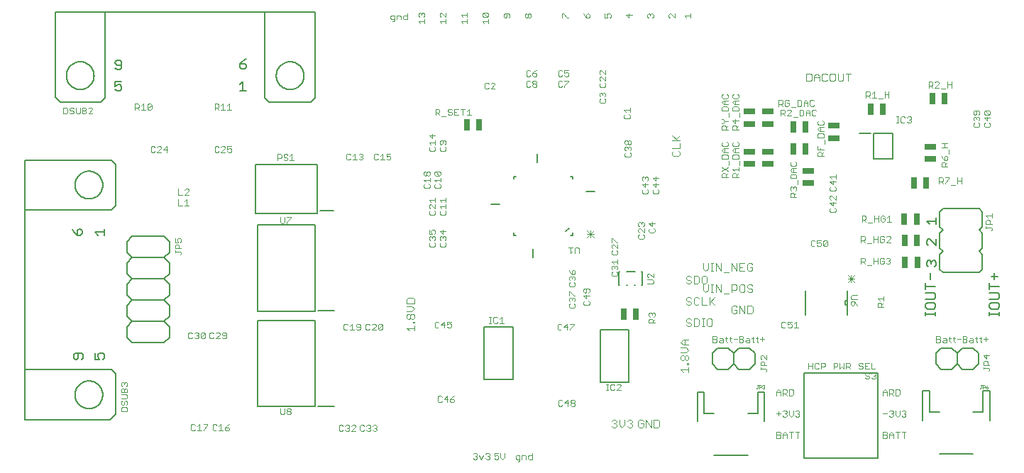
<source format=gto>
G75*
%MOIN*%
%OFA0B0*%
%FSLAX25Y25*%
%IPPOS*%
%LPD*%
%AMOC8*
5,1,8,0,0,1.08239X$1,22.5*
%
%ADD10C,0.00300*%
%ADD11C,0.00600*%
%ADD12C,0.00500*%
%ADD13R,0.02559X0.05512*%
%ADD14R,0.05512X0.02559*%
%ADD15C,0.00400*%
%ADD16C,0.00800*%
%ADD17C,0.00100*%
%ADD18C,0.00787*%
D10*
X0046448Y0039260D02*
X0046448Y0040711D01*
X0046931Y0041195D01*
X0048866Y0041195D01*
X0049350Y0040711D01*
X0049350Y0039260D01*
X0046448Y0039260D01*
X0046931Y0042206D02*
X0047415Y0042206D01*
X0047899Y0042690D01*
X0047899Y0043658D01*
X0048383Y0044141D01*
X0048866Y0044141D01*
X0049350Y0043658D01*
X0049350Y0042690D01*
X0048866Y0042206D01*
X0046931Y0042206D02*
X0046448Y0042690D01*
X0046448Y0043658D01*
X0046931Y0044141D01*
X0046448Y0045153D02*
X0048866Y0045153D01*
X0049350Y0045637D01*
X0049350Y0046604D01*
X0048866Y0047088D01*
X0046448Y0047088D01*
X0046448Y0048099D02*
X0046448Y0049551D01*
X0046931Y0050034D01*
X0047415Y0050034D01*
X0047899Y0049551D01*
X0047899Y0048099D01*
X0049350Y0048099D02*
X0046448Y0048099D01*
X0047899Y0049551D02*
X0048383Y0050034D01*
X0048866Y0050034D01*
X0049350Y0049551D01*
X0049350Y0048099D01*
X0048866Y0051046D02*
X0049350Y0051530D01*
X0049350Y0052497D01*
X0048866Y0052981D01*
X0048383Y0052981D01*
X0047899Y0052497D01*
X0047899Y0052013D01*
X0047899Y0052497D02*
X0047415Y0052981D01*
X0046931Y0052981D01*
X0046448Y0052497D01*
X0046448Y0051530D01*
X0046931Y0051046D01*
X0079175Y0032619D02*
X0079659Y0033102D01*
X0080627Y0033102D01*
X0081110Y0032619D01*
X0082122Y0032135D02*
X0083089Y0033102D01*
X0083089Y0030200D01*
X0082122Y0030200D02*
X0084057Y0030200D01*
X0085068Y0030200D02*
X0085068Y0030684D01*
X0087003Y0032619D01*
X0087003Y0033102D01*
X0085068Y0033102D01*
X0089425Y0032619D02*
X0089425Y0030684D01*
X0089909Y0030200D01*
X0090877Y0030200D01*
X0091360Y0030684D01*
X0092372Y0030200D02*
X0094307Y0030200D01*
X0093339Y0030200D02*
X0093339Y0033102D01*
X0092372Y0032135D01*
X0091360Y0032619D02*
X0090877Y0033102D01*
X0089909Y0033102D01*
X0089425Y0032619D01*
X0095318Y0031651D02*
X0096770Y0031651D01*
X0097253Y0031167D01*
X0097253Y0030684D01*
X0096770Y0030200D01*
X0095802Y0030200D01*
X0095318Y0030684D01*
X0095318Y0031651D01*
X0096286Y0032619D01*
X0097253Y0033102D01*
X0081110Y0030684D02*
X0080627Y0030200D01*
X0079659Y0030200D01*
X0079175Y0030684D01*
X0079175Y0032619D01*
X0121259Y0038309D02*
X0121743Y0037826D01*
X0122711Y0037826D01*
X0123194Y0038309D01*
X0123194Y0040728D01*
X0124206Y0040244D02*
X0124690Y0040728D01*
X0125657Y0040728D01*
X0126141Y0040244D01*
X0126141Y0039761D01*
X0125657Y0039277D01*
X0124690Y0039277D01*
X0124206Y0039761D01*
X0124206Y0040244D01*
X0124690Y0039277D02*
X0124206Y0038793D01*
X0124206Y0038309D01*
X0124690Y0037826D01*
X0125657Y0037826D01*
X0126141Y0038309D01*
X0126141Y0038793D01*
X0125657Y0039277D01*
X0121259Y0038309D02*
X0121259Y0040728D01*
X0148729Y0032337D02*
X0148729Y0030402D01*
X0149212Y0029919D01*
X0150180Y0029919D01*
X0150664Y0030402D01*
X0151675Y0030402D02*
X0152159Y0029919D01*
X0153126Y0029919D01*
X0153610Y0030402D01*
X0153610Y0030886D01*
X0153126Y0031370D01*
X0152643Y0031370D01*
X0153126Y0031370D02*
X0153610Y0031853D01*
X0153610Y0032337D01*
X0153126Y0032821D01*
X0152159Y0032821D01*
X0151675Y0032337D01*
X0150664Y0032337D02*
X0150180Y0032821D01*
X0149212Y0032821D01*
X0148729Y0032337D01*
X0154622Y0032337D02*
X0155105Y0032821D01*
X0156073Y0032821D01*
X0156557Y0032337D01*
X0156557Y0031853D01*
X0154622Y0029919D01*
X0156557Y0029919D01*
X0158675Y0030434D02*
X0159159Y0029950D01*
X0160127Y0029950D01*
X0160610Y0030434D01*
X0161622Y0030434D02*
X0162106Y0029950D01*
X0163073Y0029950D01*
X0163557Y0030434D01*
X0163557Y0030917D01*
X0163073Y0031401D01*
X0162589Y0031401D01*
X0163073Y0031401D02*
X0163557Y0031885D01*
X0163557Y0032369D01*
X0163073Y0032852D01*
X0162106Y0032852D01*
X0161622Y0032369D01*
X0160610Y0032369D02*
X0160127Y0032852D01*
X0159159Y0032852D01*
X0158675Y0032369D01*
X0158675Y0030434D01*
X0164568Y0030434D02*
X0165052Y0029950D01*
X0166020Y0029950D01*
X0166503Y0030434D01*
X0166503Y0030917D01*
X0166020Y0031401D01*
X0165536Y0031401D01*
X0166020Y0031401D02*
X0166503Y0031885D01*
X0166503Y0032369D01*
X0166020Y0032852D01*
X0165052Y0032852D01*
X0164568Y0032369D01*
X0195113Y0043996D02*
X0195113Y0045931D01*
X0195597Y0046415D01*
X0196565Y0046415D01*
X0197048Y0045931D01*
X0198060Y0044963D02*
X0199511Y0046415D01*
X0199511Y0043512D01*
X0199995Y0044963D02*
X0198060Y0044963D01*
X0197048Y0043996D02*
X0196565Y0043512D01*
X0195597Y0043512D01*
X0195113Y0043996D01*
X0201006Y0043996D02*
X0201490Y0043512D01*
X0202458Y0043512D01*
X0202941Y0043996D01*
X0202941Y0044480D01*
X0202458Y0044963D01*
X0201006Y0044963D01*
X0201006Y0043996D01*
X0201006Y0044963D02*
X0201974Y0045931D01*
X0202941Y0046415D01*
X0251765Y0044069D02*
X0251765Y0042134D01*
X0252249Y0041650D01*
X0253216Y0041650D01*
X0253700Y0042134D01*
X0254711Y0043101D02*
X0256646Y0043101D01*
X0257658Y0042617D02*
X0258142Y0043101D01*
X0259109Y0043101D01*
X0259593Y0042617D01*
X0259593Y0042134D01*
X0259109Y0041650D01*
X0258142Y0041650D01*
X0257658Y0042134D01*
X0257658Y0042617D01*
X0258142Y0043101D02*
X0257658Y0043585D01*
X0257658Y0044069D01*
X0258142Y0044552D01*
X0259109Y0044552D01*
X0259593Y0044069D01*
X0259593Y0043585D01*
X0259109Y0043101D01*
X0256163Y0041650D02*
X0256163Y0044552D01*
X0254711Y0043101D01*
X0253700Y0044069D02*
X0253216Y0044552D01*
X0252249Y0044552D01*
X0251765Y0044069D01*
X0274265Y0049150D02*
X0275232Y0049150D01*
X0274749Y0049150D02*
X0274749Y0052052D01*
X0275232Y0052052D02*
X0274265Y0052052D01*
X0276229Y0051569D02*
X0276229Y0049634D01*
X0276713Y0049150D01*
X0277681Y0049150D01*
X0278164Y0049634D01*
X0279176Y0049150D02*
X0281111Y0051085D01*
X0281111Y0051569D01*
X0280627Y0052052D01*
X0279660Y0052052D01*
X0279176Y0051569D01*
X0278164Y0051569D02*
X0277681Y0052052D01*
X0276713Y0052052D01*
X0276229Y0051569D01*
X0279176Y0049150D02*
X0281111Y0049150D01*
X0324265Y0071650D02*
X0325716Y0071650D01*
X0326200Y0072134D01*
X0326200Y0072617D01*
X0325716Y0073101D01*
X0324265Y0073101D01*
X0324265Y0071650D02*
X0324265Y0074552D01*
X0325716Y0074552D01*
X0326200Y0074069D01*
X0326200Y0073585D01*
X0325716Y0073101D01*
X0327211Y0072134D02*
X0327695Y0072617D01*
X0329146Y0072617D01*
X0329146Y0073101D02*
X0329146Y0071650D01*
X0327695Y0071650D01*
X0327211Y0072134D01*
X0327695Y0073585D02*
X0328663Y0073585D01*
X0329146Y0073101D01*
X0330158Y0073585D02*
X0331125Y0073585D01*
X0330642Y0074069D02*
X0330642Y0072134D01*
X0331125Y0071650D01*
X0332606Y0072134D02*
X0332606Y0074069D01*
X0332122Y0073585D02*
X0333090Y0073585D01*
X0334087Y0073101D02*
X0336022Y0073101D01*
X0336765Y0073101D02*
X0338216Y0073101D01*
X0338700Y0072617D01*
X0338700Y0072134D01*
X0338216Y0071650D01*
X0336765Y0071650D01*
X0336765Y0074552D01*
X0338216Y0074552D01*
X0338700Y0074069D01*
X0338700Y0073585D01*
X0338216Y0073101D01*
X0339711Y0072134D02*
X0340195Y0072617D01*
X0341646Y0072617D01*
X0341646Y0073101D02*
X0341646Y0071650D01*
X0340195Y0071650D01*
X0339711Y0072134D01*
X0340195Y0073585D02*
X0341163Y0073585D01*
X0341646Y0073101D01*
X0342658Y0073585D02*
X0343625Y0073585D01*
X0343142Y0074069D02*
X0343142Y0072134D01*
X0343625Y0071650D01*
X0345106Y0072134D02*
X0345590Y0071650D01*
X0345106Y0072134D02*
X0345106Y0074069D01*
X0344622Y0073585D02*
X0345590Y0073585D01*
X0346587Y0073101D02*
X0348522Y0073101D01*
X0347554Y0074069D02*
X0347554Y0072134D01*
X0347730Y0065638D02*
X0347246Y0065638D01*
X0346762Y0065155D01*
X0346762Y0064187D01*
X0347246Y0063703D01*
X0347246Y0062692D02*
X0348214Y0062692D01*
X0348697Y0062208D01*
X0348697Y0060757D01*
X0349665Y0060757D02*
X0346762Y0060757D01*
X0346762Y0062208D01*
X0347246Y0062692D01*
X0349665Y0063703D02*
X0347730Y0065638D01*
X0349665Y0065638D02*
X0349665Y0063703D01*
X0349181Y0059262D02*
X0346762Y0059262D01*
X0346762Y0059745D02*
X0346762Y0058778D01*
X0349181Y0059262D02*
X0349665Y0058778D01*
X0349665Y0058294D01*
X0349181Y0057810D01*
X0355232Y0049552D02*
X0356200Y0048585D01*
X0356200Y0046650D01*
X0357211Y0046650D02*
X0357211Y0049552D01*
X0358663Y0049552D01*
X0359146Y0049069D01*
X0359146Y0048101D01*
X0358663Y0047617D01*
X0357211Y0047617D01*
X0358179Y0047617D02*
X0359146Y0046650D01*
X0360158Y0046650D02*
X0361609Y0046650D01*
X0362093Y0047134D01*
X0362093Y0049069D01*
X0361609Y0049552D01*
X0360158Y0049552D01*
X0360158Y0046650D01*
X0356200Y0048101D02*
X0354265Y0048101D01*
X0354265Y0048585D02*
X0355232Y0049552D01*
X0354265Y0048585D02*
X0354265Y0046650D01*
X0355232Y0039069D02*
X0355232Y0037134D01*
X0354265Y0038101D02*
X0356200Y0038101D01*
X0357211Y0037134D02*
X0357695Y0036650D01*
X0358663Y0036650D01*
X0359146Y0037134D01*
X0359146Y0037617D01*
X0358663Y0038101D01*
X0358179Y0038101D01*
X0358663Y0038101D02*
X0359146Y0038585D01*
X0359146Y0039069D01*
X0358663Y0039552D01*
X0357695Y0039552D01*
X0357211Y0039069D01*
X0360158Y0039552D02*
X0360158Y0037617D01*
X0361125Y0036650D01*
X0362093Y0037617D01*
X0362093Y0039552D01*
X0363105Y0039069D02*
X0363588Y0039552D01*
X0364556Y0039552D01*
X0365039Y0039069D01*
X0365039Y0038585D01*
X0364556Y0038101D01*
X0365039Y0037617D01*
X0365039Y0037134D01*
X0364556Y0036650D01*
X0363588Y0036650D01*
X0363105Y0037134D01*
X0364072Y0038101D02*
X0364556Y0038101D01*
X0365039Y0029552D02*
X0363105Y0029552D01*
X0364072Y0029552D02*
X0364072Y0026650D01*
X0361125Y0026650D02*
X0361125Y0029552D01*
X0360158Y0029552D02*
X0362093Y0029552D01*
X0359146Y0028585D02*
X0359146Y0026650D01*
X0359146Y0028101D02*
X0357211Y0028101D01*
X0357211Y0028585D02*
X0358179Y0029552D01*
X0359146Y0028585D01*
X0357211Y0028585D02*
X0357211Y0026650D01*
X0356200Y0027134D02*
X0355716Y0026650D01*
X0354265Y0026650D01*
X0354265Y0029552D01*
X0355716Y0029552D01*
X0356200Y0029069D01*
X0356200Y0028585D01*
X0355716Y0028101D01*
X0354265Y0028101D01*
X0355716Y0028101D02*
X0356200Y0027617D01*
X0356200Y0027134D01*
X0404265Y0026650D02*
X0405716Y0026650D01*
X0406200Y0027134D01*
X0406200Y0027617D01*
X0405716Y0028101D01*
X0404265Y0028101D01*
X0404265Y0026650D02*
X0404265Y0029552D01*
X0405716Y0029552D01*
X0406200Y0029069D01*
X0406200Y0028585D01*
X0405716Y0028101D01*
X0407211Y0028101D02*
X0409146Y0028101D01*
X0409146Y0028585D02*
X0409146Y0026650D01*
X0407211Y0026650D02*
X0407211Y0028585D01*
X0408179Y0029552D01*
X0409146Y0028585D01*
X0410158Y0029552D02*
X0412093Y0029552D01*
X0411125Y0029552D02*
X0411125Y0026650D01*
X0414072Y0026650D02*
X0414072Y0029552D01*
X0413105Y0029552D02*
X0415039Y0029552D01*
X0414556Y0036650D02*
X0413588Y0036650D01*
X0413105Y0037134D01*
X0412093Y0037617D02*
X0412093Y0039552D01*
X0413105Y0039069D02*
X0413588Y0039552D01*
X0414556Y0039552D01*
X0415039Y0039069D01*
X0415039Y0038585D01*
X0414556Y0038101D01*
X0415039Y0037617D01*
X0415039Y0037134D01*
X0414556Y0036650D01*
X0414556Y0038101D02*
X0414072Y0038101D01*
X0412093Y0037617D02*
X0411125Y0036650D01*
X0410158Y0037617D01*
X0410158Y0039552D01*
X0409146Y0039069D02*
X0409146Y0038585D01*
X0408663Y0038101D01*
X0409146Y0037617D01*
X0409146Y0037134D01*
X0408663Y0036650D01*
X0407695Y0036650D01*
X0407211Y0037134D01*
X0408179Y0038101D02*
X0408663Y0038101D01*
X0409146Y0039069D02*
X0408663Y0039552D01*
X0407695Y0039552D01*
X0407211Y0039069D01*
X0406200Y0038101D02*
X0404265Y0038101D01*
X0404265Y0046650D02*
X0404265Y0048585D01*
X0405232Y0049552D01*
X0406200Y0048585D01*
X0406200Y0046650D01*
X0407211Y0046650D02*
X0407211Y0049552D01*
X0408663Y0049552D01*
X0409146Y0049069D01*
X0409146Y0048101D01*
X0408663Y0047617D01*
X0407211Y0047617D01*
X0408179Y0047617D02*
X0409146Y0046650D01*
X0410158Y0046650D02*
X0410158Y0049552D01*
X0411609Y0049552D01*
X0412093Y0049069D01*
X0412093Y0047134D01*
X0411609Y0046650D01*
X0410158Y0046650D01*
X0406200Y0048101D02*
X0404265Y0048101D01*
X0400434Y0054563D02*
X0399467Y0054563D01*
X0398983Y0055047D01*
X0397972Y0055047D02*
X0397488Y0054563D01*
X0396520Y0054563D01*
X0396037Y0055047D01*
X0396520Y0056015D02*
X0397488Y0056015D01*
X0397972Y0055531D01*
X0397972Y0055047D01*
X0396520Y0056015D02*
X0396037Y0056498D01*
X0396037Y0056982D01*
X0396520Y0057466D01*
X0397488Y0057466D01*
X0397972Y0056982D01*
X0398983Y0056982D02*
X0399467Y0057466D01*
X0400434Y0057466D01*
X0400918Y0056982D01*
X0400918Y0056498D01*
X0400434Y0056015D01*
X0400918Y0055531D01*
X0400918Y0055047D01*
X0400434Y0054563D01*
X0400434Y0056015D02*
X0399951Y0056015D01*
X0400665Y0059150D02*
X0398730Y0059150D01*
X0398730Y0062052D01*
X0397719Y0062052D02*
X0395784Y0062052D01*
X0395784Y0059150D01*
X0397719Y0059150D01*
X0396751Y0060601D02*
X0395784Y0060601D01*
X0394772Y0060117D02*
X0394772Y0059634D01*
X0394288Y0059150D01*
X0393321Y0059150D01*
X0392837Y0059634D01*
X0393321Y0060601D02*
X0394288Y0060601D01*
X0394772Y0060117D01*
X0394772Y0061569D02*
X0394288Y0062052D01*
X0393321Y0062052D01*
X0392837Y0061569D01*
X0392837Y0061085D01*
X0393321Y0060601D01*
X0388879Y0060601D02*
X0388879Y0061569D01*
X0388395Y0062052D01*
X0386944Y0062052D01*
X0386944Y0059150D01*
X0386944Y0060117D02*
X0388395Y0060117D01*
X0388879Y0060601D01*
X0387912Y0060117D02*
X0388879Y0059150D01*
X0385933Y0059150D02*
X0385933Y0062052D01*
X0383998Y0062052D02*
X0383998Y0059150D01*
X0384965Y0060117D01*
X0385933Y0059150D01*
X0382986Y0060601D02*
X0382986Y0061569D01*
X0382502Y0062052D01*
X0381051Y0062052D01*
X0381051Y0059150D01*
X0381051Y0060117D02*
X0382502Y0060117D01*
X0382986Y0060601D01*
X0377093Y0060601D02*
X0377093Y0061569D01*
X0376609Y0062052D01*
X0375158Y0062052D01*
X0375158Y0059150D01*
X0375158Y0060117D02*
X0376609Y0060117D01*
X0377093Y0060601D01*
X0374146Y0059634D02*
X0373663Y0059150D01*
X0372695Y0059150D01*
X0372211Y0059634D01*
X0372211Y0061569D01*
X0372695Y0062052D01*
X0373663Y0062052D01*
X0374146Y0061569D01*
X0371200Y0062052D02*
X0371200Y0059150D01*
X0371200Y0060601D02*
X0369265Y0060601D01*
X0369265Y0059150D02*
X0369265Y0062052D01*
X0364435Y0078489D02*
X0362500Y0078489D01*
X0363467Y0078489D02*
X0363467Y0081392D01*
X0362500Y0080424D01*
X0361488Y0079941D02*
X0361488Y0078973D01*
X0361004Y0078489D01*
X0360037Y0078489D01*
X0359553Y0078973D01*
X0359553Y0079941D02*
X0360521Y0080424D01*
X0361004Y0080424D01*
X0361488Y0079941D01*
X0361488Y0081392D02*
X0359553Y0081392D01*
X0359553Y0079941D01*
X0358541Y0080908D02*
X0358058Y0081392D01*
X0357090Y0081392D01*
X0356607Y0080908D01*
X0356607Y0078973D01*
X0357090Y0078489D01*
X0358058Y0078489D01*
X0358541Y0078973D01*
X0343051Y0085767D02*
X0343051Y0088236D01*
X0342433Y0088853D01*
X0340582Y0088853D01*
X0340582Y0085150D01*
X0342433Y0085150D01*
X0343051Y0085767D01*
X0339367Y0085150D02*
X0339367Y0088853D01*
X0336899Y0088853D02*
X0339367Y0085150D01*
X0336899Y0085150D02*
X0336899Y0088853D01*
X0335684Y0088236D02*
X0335067Y0088853D01*
X0333833Y0088853D01*
X0333216Y0088236D01*
X0333216Y0085767D01*
X0333833Y0085150D01*
X0335067Y0085150D01*
X0335684Y0085767D01*
X0335684Y0087002D01*
X0334450Y0087002D01*
X0332606Y0072134D02*
X0333090Y0071650D01*
X0297165Y0080757D02*
X0294262Y0080757D01*
X0294262Y0082208D01*
X0294746Y0082692D01*
X0295714Y0082692D01*
X0296197Y0082208D01*
X0296197Y0080757D01*
X0296197Y0081724D02*
X0297165Y0082692D01*
X0296681Y0083703D02*
X0297165Y0084187D01*
X0297165Y0085155D01*
X0296681Y0085638D01*
X0296197Y0085638D01*
X0295714Y0085155D01*
X0295714Y0084671D01*
X0295714Y0085155D02*
X0295230Y0085638D01*
X0294746Y0085638D01*
X0294262Y0085155D01*
X0294262Y0084187D01*
X0294746Y0083703D01*
X0293562Y0099150D02*
X0295981Y0099150D01*
X0296465Y0099634D01*
X0296465Y0100601D01*
X0295981Y0101085D01*
X0293562Y0101085D01*
X0294046Y0102097D02*
X0293562Y0102580D01*
X0293562Y0103548D01*
X0294046Y0104031D01*
X0294530Y0104031D01*
X0296465Y0102097D01*
X0296465Y0104031D01*
X0279665Y0104262D02*
X0279665Y0103294D01*
X0279181Y0102810D01*
X0277246Y0102810D01*
X0276762Y0103294D01*
X0276762Y0104262D01*
X0277246Y0104745D01*
X0277246Y0105757D02*
X0276762Y0106241D01*
X0276762Y0107208D01*
X0277246Y0107692D01*
X0277730Y0107692D01*
X0278214Y0107208D01*
X0278697Y0107692D01*
X0279181Y0107692D01*
X0279665Y0107208D01*
X0279665Y0106241D01*
X0279181Y0105757D01*
X0279181Y0104745D02*
X0279665Y0104262D01*
X0278214Y0106724D02*
X0278214Y0107208D01*
X0277730Y0108703D02*
X0276762Y0109671D01*
X0279665Y0109671D01*
X0279665Y0110638D02*
X0279665Y0108703D01*
X0279181Y0112810D02*
X0277246Y0112810D01*
X0276762Y0113294D01*
X0276762Y0114262D01*
X0277246Y0114745D01*
X0277246Y0115757D02*
X0276762Y0116241D01*
X0276762Y0117208D01*
X0277246Y0117692D01*
X0277730Y0117692D01*
X0279665Y0115757D01*
X0279665Y0117692D01*
X0279665Y0118703D02*
X0279181Y0118703D01*
X0277246Y0120638D01*
X0276762Y0120638D01*
X0276762Y0118703D01*
X0279181Y0114745D02*
X0279665Y0114262D01*
X0279665Y0113294D01*
X0279181Y0112810D01*
X0289262Y0120794D02*
X0289746Y0120310D01*
X0291681Y0120310D01*
X0292165Y0120794D01*
X0292165Y0121762D01*
X0291681Y0122245D01*
X0292165Y0123257D02*
X0290230Y0125192D01*
X0289746Y0125192D01*
X0289262Y0124708D01*
X0289262Y0123741D01*
X0289746Y0123257D01*
X0289746Y0122245D02*
X0289262Y0121762D01*
X0289262Y0120794D01*
X0292165Y0123257D02*
X0292165Y0125192D01*
X0291681Y0126203D02*
X0292165Y0126687D01*
X0292165Y0127655D01*
X0291681Y0128138D01*
X0291197Y0128138D01*
X0290714Y0127655D01*
X0290714Y0127171D01*
X0290714Y0127655D02*
X0290230Y0128138D01*
X0289746Y0128138D01*
X0289262Y0127655D01*
X0289262Y0126687D01*
X0289746Y0126203D01*
X0294262Y0127655D02*
X0295714Y0126203D01*
X0295714Y0128138D01*
X0297165Y0127655D02*
X0294262Y0127655D01*
X0294746Y0125192D02*
X0294262Y0124708D01*
X0294262Y0123741D01*
X0294746Y0123257D01*
X0296681Y0123257D01*
X0297165Y0123741D01*
X0297165Y0124708D01*
X0296681Y0125192D01*
X0268456Y0124116D02*
X0265320Y0120980D01*
X0266888Y0120980D02*
X0266888Y0124116D01*
X0265320Y0124116D02*
X0268456Y0120980D01*
X0268456Y0122548D02*
X0265320Y0122548D01*
X0260981Y0116350D02*
X0260014Y0116350D01*
X0259530Y0115866D01*
X0259530Y0113448D01*
X0258518Y0114415D02*
X0257551Y0113448D01*
X0257551Y0116350D01*
X0258518Y0116350D02*
X0256583Y0116350D01*
X0260981Y0116350D02*
X0261465Y0115866D01*
X0261465Y0113448D01*
X0259181Y0105638D02*
X0258697Y0105638D01*
X0258214Y0105155D01*
X0258214Y0103703D01*
X0259181Y0103703D01*
X0259665Y0104187D01*
X0259665Y0105155D01*
X0259181Y0105638D01*
X0257246Y0104671D02*
X0258214Y0103703D01*
X0258697Y0102692D02*
X0258214Y0102208D01*
X0258214Y0101724D01*
X0258214Y0102208D02*
X0257730Y0102692D01*
X0257246Y0102692D01*
X0256762Y0102208D01*
X0256762Y0101241D01*
X0257246Y0100757D01*
X0257246Y0099745D02*
X0256762Y0099262D01*
X0256762Y0098294D01*
X0257246Y0097810D01*
X0259181Y0097810D01*
X0259665Y0098294D01*
X0259665Y0099262D01*
X0259181Y0099745D01*
X0259181Y0100757D02*
X0259665Y0101241D01*
X0259665Y0102208D01*
X0259181Y0102692D01*
X0258697Y0102692D01*
X0257246Y0104671D02*
X0256762Y0105638D01*
X0264046Y0096978D02*
X0263562Y0096494D01*
X0263562Y0095527D01*
X0264046Y0095043D01*
X0264530Y0095043D01*
X0265014Y0095527D01*
X0265014Y0096978D01*
X0265981Y0096978D02*
X0264046Y0096978D01*
X0265981Y0096978D02*
X0266465Y0096494D01*
X0266465Y0095527D01*
X0265981Y0095043D01*
X0265014Y0094031D02*
X0265014Y0092097D01*
X0263562Y0093548D01*
X0266465Y0093548D01*
X0265981Y0091085D02*
X0266465Y0090601D01*
X0266465Y0089634D01*
X0265981Y0089150D01*
X0264046Y0089150D01*
X0263562Y0089634D01*
X0263562Y0090601D01*
X0264046Y0091085D01*
X0259665Y0091241D02*
X0259181Y0090757D01*
X0259665Y0091241D02*
X0259665Y0092208D01*
X0259181Y0092692D01*
X0258697Y0092692D01*
X0258214Y0092208D01*
X0258214Y0091724D01*
X0258214Y0092208D02*
X0257730Y0092692D01*
X0257246Y0092692D01*
X0256762Y0092208D01*
X0256762Y0091241D01*
X0257246Y0090757D01*
X0257246Y0089745D02*
X0256762Y0089262D01*
X0256762Y0088294D01*
X0257246Y0087810D01*
X0259181Y0087810D01*
X0259665Y0088294D01*
X0259665Y0089262D01*
X0259181Y0089745D01*
X0259181Y0093703D02*
X0257246Y0095638D01*
X0256762Y0095638D01*
X0256762Y0093703D01*
X0259181Y0093703D02*
X0259665Y0093703D01*
X0259253Y0080352D02*
X0257318Y0080352D01*
X0255823Y0080352D02*
X0254372Y0078901D01*
X0256307Y0078901D01*
X0257318Y0077934D02*
X0257318Y0077450D01*
X0257318Y0077934D02*
X0259253Y0079869D01*
X0259253Y0080352D01*
X0255823Y0080352D02*
X0255823Y0077450D01*
X0253360Y0077934D02*
X0252877Y0077450D01*
X0251909Y0077450D01*
X0251425Y0077934D01*
X0251425Y0079869D01*
X0251909Y0080352D01*
X0252877Y0080352D01*
X0253360Y0079869D01*
X0226150Y0080697D02*
X0224215Y0080697D01*
X0225183Y0080697D02*
X0225183Y0083600D01*
X0224215Y0082632D01*
X0223204Y0083116D02*
X0222720Y0083600D01*
X0221752Y0083600D01*
X0221269Y0083116D01*
X0221269Y0081181D01*
X0221752Y0080697D01*
X0222720Y0080697D01*
X0223204Y0081181D01*
X0220272Y0080697D02*
X0219304Y0080697D01*
X0219788Y0080697D02*
X0219788Y0083600D01*
X0219304Y0083600D02*
X0220272Y0083600D01*
X0201543Y0081400D02*
X0199608Y0081400D01*
X0199608Y0079948D01*
X0200575Y0080432D01*
X0201059Y0080432D01*
X0201543Y0079948D01*
X0201543Y0078981D01*
X0201059Y0078497D01*
X0200092Y0078497D01*
X0199608Y0078981D01*
X0198596Y0079948D02*
X0196661Y0079948D01*
X0198113Y0081400D01*
X0198113Y0078497D01*
X0195650Y0078981D02*
X0195166Y0078497D01*
X0194199Y0078497D01*
X0193715Y0078981D01*
X0193715Y0080916D01*
X0194199Y0081400D01*
X0195166Y0081400D01*
X0195650Y0080916D01*
X0169062Y0079823D02*
X0167127Y0077888D01*
X0167611Y0077405D01*
X0168579Y0077405D01*
X0169062Y0077888D01*
X0169062Y0079823D01*
X0168579Y0080307D01*
X0167611Y0080307D01*
X0167127Y0079823D01*
X0167127Y0077888D01*
X0166116Y0077405D02*
X0164181Y0077405D01*
X0166116Y0079340D01*
X0166116Y0079823D01*
X0165632Y0080307D01*
X0164665Y0080307D01*
X0164181Y0079823D01*
X0163169Y0079823D02*
X0162686Y0080307D01*
X0161718Y0080307D01*
X0161234Y0079823D01*
X0161234Y0077888D01*
X0161718Y0077405D01*
X0162686Y0077405D01*
X0163169Y0077888D01*
X0158812Y0077940D02*
X0158812Y0079875D01*
X0158329Y0080358D01*
X0157361Y0080358D01*
X0156877Y0079875D01*
X0156877Y0079391D01*
X0157361Y0078907D01*
X0158812Y0078907D01*
X0158812Y0077940D02*
X0158329Y0077456D01*
X0157361Y0077456D01*
X0156877Y0077940D01*
X0155866Y0077456D02*
X0153931Y0077456D01*
X0154898Y0077456D02*
X0154898Y0080358D01*
X0153931Y0079391D01*
X0152919Y0079875D02*
X0152436Y0080358D01*
X0151468Y0080358D01*
X0150984Y0079875D01*
X0150984Y0077940D01*
X0151468Y0077456D01*
X0152436Y0077456D01*
X0152919Y0077940D01*
X0095753Y0075869D02*
X0095270Y0076352D01*
X0094302Y0076352D01*
X0093818Y0075869D01*
X0093818Y0075385D01*
X0094302Y0074901D01*
X0095753Y0074901D01*
X0095753Y0073934D02*
X0095753Y0075869D01*
X0095753Y0073934D02*
X0095270Y0073450D01*
X0094302Y0073450D01*
X0093818Y0073934D01*
X0092807Y0073450D02*
X0090872Y0073450D01*
X0092807Y0075385D01*
X0092807Y0075869D01*
X0092323Y0076352D01*
X0091356Y0076352D01*
X0090872Y0075869D01*
X0089860Y0075869D02*
X0089377Y0076352D01*
X0088409Y0076352D01*
X0087925Y0075869D01*
X0087925Y0073934D01*
X0088409Y0073450D01*
X0089377Y0073450D01*
X0089860Y0073934D01*
X0085753Y0073934D02*
X0085270Y0073450D01*
X0084302Y0073450D01*
X0083818Y0073934D01*
X0085753Y0075869D01*
X0085753Y0073934D01*
X0083818Y0073934D02*
X0083818Y0075869D01*
X0084302Y0076352D01*
X0085270Y0076352D01*
X0085753Y0075869D01*
X0082807Y0075869D02*
X0082323Y0076352D01*
X0081356Y0076352D01*
X0080872Y0075869D01*
X0079860Y0075869D02*
X0079377Y0076352D01*
X0078409Y0076352D01*
X0077925Y0075869D01*
X0077925Y0073934D01*
X0078409Y0073450D01*
X0079377Y0073450D01*
X0079860Y0073934D01*
X0080872Y0073934D02*
X0081356Y0073450D01*
X0082323Y0073450D01*
X0082807Y0073934D01*
X0082807Y0074417D01*
X0082323Y0074901D01*
X0081839Y0074901D01*
X0082323Y0074901D02*
X0082807Y0075385D01*
X0082807Y0075869D01*
X0074181Y0112810D02*
X0074665Y0113294D01*
X0074665Y0113778D01*
X0074181Y0114262D01*
X0071762Y0114262D01*
X0071762Y0114745D02*
X0071762Y0113778D01*
X0071762Y0115757D02*
X0071762Y0117208D01*
X0072246Y0117692D01*
X0073214Y0117692D01*
X0073697Y0117208D01*
X0073697Y0115757D01*
X0074665Y0115757D02*
X0071762Y0115757D01*
X0071762Y0118703D02*
X0073214Y0118703D01*
X0072730Y0119671D01*
X0072730Y0120155D01*
X0073214Y0120638D01*
X0074181Y0120638D01*
X0074665Y0120155D01*
X0074665Y0119187D01*
X0074181Y0118703D01*
X0071762Y0118703D02*
X0071762Y0120638D01*
X0073372Y0135950D02*
X0075307Y0135950D01*
X0076318Y0135950D02*
X0078253Y0135950D01*
X0077286Y0135950D02*
X0077286Y0138852D01*
X0076318Y0137885D01*
X0076318Y0140950D02*
X0078253Y0142885D01*
X0078253Y0143369D01*
X0077770Y0143852D01*
X0076802Y0143852D01*
X0076318Y0143369D01*
X0076318Y0140950D02*
X0078253Y0140950D01*
X0075307Y0140950D02*
X0073372Y0140950D01*
X0073372Y0143852D01*
X0073372Y0138852D02*
X0073372Y0135950D01*
X0121259Y0130610D02*
X0121259Y0128191D01*
X0121743Y0127707D01*
X0122711Y0127707D01*
X0123194Y0128191D01*
X0123194Y0130610D01*
X0124206Y0130610D02*
X0126141Y0130610D01*
X0126141Y0130126D01*
X0124206Y0128191D01*
X0124206Y0127707D01*
X0124184Y0157215D02*
X0123216Y0157215D01*
X0122733Y0157699D01*
X0123216Y0158667D02*
X0124184Y0158667D01*
X0124668Y0158183D01*
X0124668Y0157699D01*
X0124184Y0157215D01*
X0125679Y0157215D02*
X0127614Y0157215D01*
X0126647Y0157215D02*
X0126647Y0160118D01*
X0125679Y0159150D01*
X0124668Y0159634D02*
X0124184Y0160118D01*
X0123216Y0160118D01*
X0122733Y0159634D01*
X0122733Y0159150D01*
X0123216Y0158667D01*
X0121721Y0158667D02*
X0121721Y0159634D01*
X0121237Y0160118D01*
X0119786Y0160118D01*
X0119786Y0157215D01*
X0119786Y0158183D02*
X0121237Y0158183D01*
X0121721Y0158667D01*
X0098253Y0161434D02*
X0097770Y0160950D01*
X0096802Y0160950D01*
X0096318Y0161434D01*
X0096318Y0162401D02*
X0097286Y0162885D01*
X0097770Y0162885D01*
X0098253Y0162401D01*
X0098253Y0161434D01*
X0096318Y0162401D02*
X0096318Y0163852D01*
X0098253Y0163852D01*
X0095307Y0163369D02*
X0094823Y0163852D01*
X0093856Y0163852D01*
X0093372Y0163369D01*
X0092360Y0163369D02*
X0091877Y0163852D01*
X0090909Y0163852D01*
X0090425Y0163369D01*
X0090425Y0161434D01*
X0090909Y0160950D01*
X0091877Y0160950D01*
X0092360Y0161434D01*
X0093372Y0160950D02*
X0095307Y0162885D01*
X0095307Y0163369D01*
X0095307Y0160950D02*
X0093372Y0160950D01*
X0068253Y0162401D02*
X0066318Y0162401D01*
X0067770Y0163852D01*
X0067770Y0160950D01*
X0065307Y0160950D02*
X0063372Y0160950D01*
X0065307Y0162885D01*
X0065307Y0163369D01*
X0064823Y0163852D01*
X0063856Y0163852D01*
X0063372Y0163369D01*
X0062360Y0163369D02*
X0061877Y0163852D01*
X0060909Y0163852D01*
X0060425Y0163369D01*
X0060425Y0161434D01*
X0060909Y0160950D01*
X0061877Y0160950D01*
X0062360Y0161434D01*
X0032986Y0179150D02*
X0031051Y0179150D01*
X0032986Y0181085D01*
X0032986Y0181569D01*
X0032502Y0182052D01*
X0031535Y0182052D01*
X0031051Y0181569D01*
X0030039Y0181569D02*
X0030039Y0181085D01*
X0029556Y0180601D01*
X0028105Y0180601D01*
X0027093Y0179634D02*
X0027093Y0182052D01*
X0028105Y0182052D02*
X0029556Y0182052D01*
X0030039Y0181569D01*
X0029556Y0180601D02*
X0030039Y0180117D01*
X0030039Y0179634D01*
X0029556Y0179150D01*
X0028105Y0179150D01*
X0028105Y0182052D01*
X0027093Y0179634D02*
X0026609Y0179150D01*
X0025642Y0179150D01*
X0025158Y0179634D01*
X0025158Y0182052D01*
X0024146Y0181569D02*
X0023663Y0182052D01*
X0022695Y0182052D01*
X0022211Y0181569D01*
X0022211Y0181085D01*
X0022695Y0180601D01*
X0023663Y0180601D01*
X0024146Y0180117D01*
X0024146Y0179634D01*
X0023663Y0179150D01*
X0022695Y0179150D01*
X0022211Y0179634D01*
X0021200Y0179634D02*
X0021200Y0181569D01*
X0020716Y0182052D01*
X0019265Y0182052D01*
X0019265Y0179150D01*
X0020716Y0179150D01*
X0021200Y0179634D01*
X0052925Y0180950D02*
X0052925Y0183852D01*
X0054377Y0183852D01*
X0054860Y0183369D01*
X0054860Y0182401D01*
X0054377Y0181917D01*
X0052925Y0181917D01*
X0053893Y0181917D02*
X0054860Y0180950D01*
X0055872Y0180950D02*
X0057807Y0180950D01*
X0056839Y0180950D02*
X0056839Y0183852D01*
X0055872Y0182885D01*
X0058818Y0183369D02*
X0058818Y0181434D01*
X0060753Y0183369D01*
X0060753Y0181434D01*
X0060270Y0180950D01*
X0059302Y0180950D01*
X0058818Y0181434D01*
X0058818Y0183369D02*
X0059302Y0183852D01*
X0060270Y0183852D01*
X0060753Y0183369D01*
X0090425Y0183852D02*
X0090425Y0180950D01*
X0090425Y0181917D02*
X0091877Y0181917D01*
X0092360Y0182401D01*
X0092360Y0183369D01*
X0091877Y0183852D01*
X0090425Y0183852D01*
X0091393Y0181917D02*
X0092360Y0180950D01*
X0093372Y0180950D02*
X0095307Y0180950D01*
X0094339Y0180950D02*
X0094339Y0183852D01*
X0093372Y0182885D01*
X0096318Y0182885D02*
X0097286Y0183852D01*
X0097286Y0180950D01*
X0098253Y0180950D02*
X0096318Y0180950D01*
X0152175Y0159869D02*
X0152175Y0157934D01*
X0152659Y0157450D01*
X0153627Y0157450D01*
X0154110Y0157934D01*
X0155122Y0157450D02*
X0157057Y0157450D01*
X0156089Y0157450D02*
X0156089Y0160352D01*
X0155122Y0159385D01*
X0154110Y0159869D02*
X0153627Y0160352D01*
X0152659Y0160352D01*
X0152175Y0159869D01*
X0158068Y0159869D02*
X0158552Y0160352D01*
X0159520Y0160352D01*
X0160003Y0159869D01*
X0160003Y0159385D01*
X0159520Y0158901D01*
X0160003Y0158417D01*
X0160003Y0157934D01*
X0159520Y0157450D01*
X0158552Y0157450D01*
X0158068Y0157934D01*
X0159036Y0158901D02*
X0159520Y0158901D01*
X0165175Y0159869D02*
X0165175Y0157934D01*
X0165659Y0157450D01*
X0166627Y0157450D01*
X0167110Y0157934D01*
X0168122Y0157450D02*
X0170057Y0157450D01*
X0169089Y0157450D02*
X0169089Y0160352D01*
X0168122Y0159385D01*
X0167110Y0159869D02*
X0166627Y0160352D01*
X0165659Y0160352D01*
X0165175Y0159869D01*
X0171068Y0160352D02*
X0171068Y0158901D01*
X0172036Y0159385D01*
X0172520Y0159385D01*
X0173003Y0158901D01*
X0173003Y0157934D01*
X0172520Y0157450D01*
X0171552Y0157450D01*
X0171068Y0157934D01*
X0171068Y0160352D02*
X0173003Y0160352D01*
X0188562Y0151494D02*
X0189046Y0151978D01*
X0189530Y0151978D01*
X0190014Y0151494D01*
X0190014Y0150527D01*
X0189530Y0150043D01*
X0189046Y0150043D01*
X0188562Y0150527D01*
X0188562Y0151494D01*
X0190014Y0151494D02*
X0190497Y0151978D01*
X0190981Y0151978D01*
X0191465Y0151494D01*
X0191465Y0150527D01*
X0190981Y0150043D01*
X0190497Y0150043D01*
X0190014Y0150527D01*
X0191465Y0149031D02*
X0191465Y0147097D01*
X0191465Y0148064D02*
X0188562Y0148064D01*
X0189530Y0147097D01*
X0189046Y0146085D02*
X0188562Y0145601D01*
X0188562Y0144634D01*
X0189046Y0144150D01*
X0190981Y0144150D01*
X0191465Y0144634D01*
X0191465Y0145601D01*
X0190981Y0146085D01*
X0193562Y0145601D02*
X0193562Y0144634D01*
X0194046Y0144150D01*
X0195981Y0144150D01*
X0196465Y0144634D01*
X0196465Y0145601D01*
X0195981Y0146085D01*
X0196465Y0147097D02*
X0196465Y0149031D01*
X0196465Y0148064D02*
X0193562Y0148064D01*
X0194530Y0147097D01*
X0194046Y0146085D02*
X0193562Y0145601D01*
X0194046Y0150043D02*
X0193562Y0150527D01*
X0193562Y0151494D01*
X0194046Y0151978D01*
X0195981Y0150043D01*
X0196465Y0150527D01*
X0196465Y0151494D01*
X0195981Y0151978D01*
X0194046Y0151978D01*
X0194046Y0150043D02*
X0195981Y0150043D01*
X0193965Y0139478D02*
X0193965Y0137543D01*
X0193965Y0138511D02*
X0191062Y0138511D01*
X0192030Y0137543D01*
X0192030Y0136531D02*
X0191546Y0136531D01*
X0191062Y0136048D01*
X0191062Y0135080D01*
X0191546Y0134597D01*
X0191546Y0133585D02*
X0191062Y0133101D01*
X0191062Y0132134D01*
X0191546Y0131650D01*
X0193481Y0131650D01*
X0193965Y0132134D01*
X0193965Y0133101D01*
X0193481Y0133585D01*
X0193965Y0134597D02*
X0192030Y0136531D01*
X0193965Y0136531D02*
X0193965Y0134597D01*
X0196062Y0135564D02*
X0198965Y0135564D01*
X0198965Y0134597D02*
X0198965Y0136531D01*
X0198965Y0137543D02*
X0198965Y0139478D01*
X0198965Y0138511D02*
X0196062Y0138511D01*
X0197030Y0137543D01*
X0196062Y0135564D02*
X0197030Y0134597D01*
X0196546Y0133585D02*
X0196062Y0133101D01*
X0196062Y0132134D01*
X0196546Y0131650D01*
X0198481Y0131650D01*
X0198965Y0132134D01*
X0198965Y0133101D01*
X0198481Y0133585D01*
X0197514Y0124478D02*
X0197514Y0122543D01*
X0196062Y0123994D01*
X0198965Y0123994D01*
X0198481Y0121531D02*
X0198965Y0121048D01*
X0198965Y0120080D01*
X0198481Y0119597D01*
X0198481Y0118585D02*
X0198965Y0118101D01*
X0198965Y0117134D01*
X0198481Y0116650D01*
X0196546Y0116650D01*
X0196062Y0117134D01*
X0196062Y0118101D01*
X0196546Y0118585D01*
X0196546Y0119597D02*
X0196062Y0120080D01*
X0196062Y0121048D01*
X0196546Y0121531D01*
X0197030Y0121531D01*
X0197514Y0121048D01*
X0197997Y0121531D01*
X0198481Y0121531D01*
X0197514Y0121048D02*
X0197514Y0120564D01*
X0193965Y0121048D02*
X0193481Y0121531D01*
X0192997Y0121531D01*
X0192514Y0121048D01*
X0192514Y0120564D01*
X0192514Y0121048D02*
X0192030Y0121531D01*
X0191546Y0121531D01*
X0191062Y0121048D01*
X0191062Y0120080D01*
X0191546Y0119597D01*
X0191546Y0118585D02*
X0191062Y0118101D01*
X0191062Y0117134D01*
X0191546Y0116650D01*
X0193481Y0116650D01*
X0193965Y0117134D01*
X0193965Y0118101D01*
X0193481Y0118585D01*
X0193481Y0119597D02*
X0193965Y0120080D01*
X0193965Y0121048D01*
X0193481Y0122543D02*
X0193965Y0123027D01*
X0193965Y0123994D01*
X0193481Y0124478D01*
X0192514Y0124478D01*
X0192030Y0123994D01*
X0192030Y0123511D01*
X0192514Y0122543D01*
X0191062Y0122543D01*
X0191062Y0124478D01*
X0191546Y0161650D02*
X0193481Y0161650D01*
X0193965Y0162134D01*
X0193965Y0163101D01*
X0193481Y0163585D01*
X0193965Y0164597D02*
X0193965Y0166531D01*
X0193965Y0165564D02*
X0191062Y0165564D01*
X0192030Y0164597D01*
X0191546Y0163585D02*
X0191062Y0163101D01*
X0191062Y0162134D01*
X0191546Y0161650D01*
X0196062Y0162134D02*
X0196546Y0161650D01*
X0198481Y0161650D01*
X0198965Y0162134D01*
X0198965Y0163101D01*
X0198481Y0163585D01*
X0198481Y0164597D02*
X0198965Y0165080D01*
X0198965Y0166048D01*
X0198481Y0166531D01*
X0196546Y0166531D01*
X0196062Y0166048D01*
X0196062Y0165080D01*
X0196546Y0164597D01*
X0197030Y0164597D01*
X0197514Y0165080D01*
X0197514Y0166531D01*
X0196546Y0163585D02*
X0196062Y0163101D01*
X0196062Y0162134D01*
X0192514Y0167543D02*
X0192514Y0169478D01*
X0193965Y0168994D02*
X0191062Y0168994D01*
X0192514Y0167543D01*
X0194086Y0178450D02*
X0194086Y0181352D01*
X0195537Y0181352D01*
X0196021Y0180869D01*
X0196021Y0179901D01*
X0195537Y0179417D01*
X0194086Y0179417D01*
X0195053Y0179417D02*
X0196021Y0178450D01*
X0197032Y0177966D02*
X0198967Y0177966D01*
X0199979Y0178934D02*
X0200463Y0178450D01*
X0201430Y0178450D01*
X0201914Y0178934D01*
X0201914Y0179417D01*
X0201430Y0179901D01*
X0200463Y0179901D01*
X0199979Y0180385D01*
X0199979Y0180869D01*
X0200463Y0181352D01*
X0201430Y0181352D01*
X0201914Y0180869D01*
X0202925Y0181352D02*
X0202925Y0178450D01*
X0204860Y0178450D01*
X0203893Y0179901D02*
X0202925Y0179901D01*
X0202925Y0181352D02*
X0204860Y0181352D01*
X0205872Y0181352D02*
X0207807Y0181352D01*
X0206839Y0181352D02*
X0206839Y0178450D01*
X0208818Y0178450D02*
X0210753Y0178450D01*
X0209786Y0178450D02*
X0209786Y0181352D01*
X0208818Y0180385D01*
X0217642Y0190804D02*
X0218610Y0190804D01*
X0219094Y0191287D01*
X0220105Y0190804D02*
X0222040Y0192739D01*
X0222040Y0193222D01*
X0221556Y0193706D01*
X0220589Y0193706D01*
X0220105Y0193222D01*
X0219094Y0193222D02*
X0218610Y0193706D01*
X0217642Y0193706D01*
X0217159Y0193222D01*
X0217159Y0191287D01*
X0217642Y0190804D01*
X0220105Y0190804D02*
X0222040Y0190804D01*
X0236765Y0192134D02*
X0237249Y0191650D01*
X0238216Y0191650D01*
X0238700Y0192134D01*
X0239711Y0192134D02*
X0239711Y0192617D01*
X0240195Y0193101D01*
X0241163Y0193101D01*
X0241646Y0192617D01*
X0241646Y0192134D01*
X0241163Y0191650D01*
X0240195Y0191650D01*
X0239711Y0192134D01*
X0240195Y0193101D02*
X0239711Y0193585D01*
X0239711Y0194069D01*
X0240195Y0194552D01*
X0241163Y0194552D01*
X0241646Y0194069D01*
X0241646Y0193585D01*
X0241163Y0193101D01*
X0238700Y0194069D02*
X0238216Y0194552D01*
X0237249Y0194552D01*
X0236765Y0194069D01*
X0236765Y0192134D01*
X0237249Y0196650D02*
X0238216Y0196650D01*
X0238700Y0197134D01*
X0239711Y0197134D02*
X0239711Y0198101D01*
X0241163Y0198101D01*
X0241646Y0197617D01*
X0241646Y0197134D01*
X0241163Y0196650D01*
X0240195Y0196650D01*
X0239711Y0197134D01*
X0239711Y0198101D02*
X0240679Y0199069D01*
X0241646Y0199552D01*
X0238700Y0199069D02*
X0238216Y0199552D01*
X0237249Y0199552D01*
X0236765Y0199069D01*
X0236765Y0197134D01*
X0237249Y0196650D01*
X0251765Y0197134D02*
X0252249Y0196650D01*
X0253216Y0196650D01*
X0253700Y0197134D01*
X0254711Y0197134D02*
X0255195Y0196650D01*
X0256163Y0196650D01*
X0256646Y0197134D01*
X0256646Y0198101D01*
X0256163Y0198585D01*
X0255679Y0198585D01*
X0254711Y0198101D01*
X0254711Y0199552D01*
X0256646Y0199552D01*
X0253700Y0199069D02*
X0253216Y0199552D01*
X0252249Y0199552D01*
X0251765Y0199069D01*
X0251765Y0197134D01*
X0252249Y0194552D02*
X0251765Y0194069D01*
X0251765Y0192134D01*
X0252249Y0191650D01*
X0253216Y0191650D01*
X0253700Y0192134D01*
X0254711Y0192134D02*
X0256646Y0194069D01*
X0256646Y0194552D01*
X0254711Y0194552D01*
X0253700Y0194069D02*
X0253216Y0194552D01*
X0252249Y0194552D01*
X0254711Y0192134D02*
X0254711Y0191650D01*
X0271062Y0192134D02*
X0271546Y0191650D01*
X0273481Y0191650D01*
X0273965Y0192134D01*
X0273965Y0193101D01*
X0273481Y0193585D01*
X0273965Y0194597D02*
X0272030Y0196531D01*
X0271546Y0196531D01*
X0271062Y0196048D01*
X0271062Y0195080D01*
X0271546Y0194597D01*
X0271546Y0193585D02*
X0271062Y0193101D01*
X0271062Y0192134D01*
X0271546Y0189031D02*
X0272030Y0189031D01*
X0272514Y0188548D01*
X0272997Y0189031D01*
X0273481Y0189031D01*
X0273965Y0188548D01*
X0273965Y0187580D01*
X0273481Y0187097D01*
X0273481Y0186085D02*
X0273965Y0185601D01*
X0273965Y0184634D01*
X0273481Y0184150D01*
X0271546Y0184150D01*
X0271062Y0184634D01*
X0271062Y0185601D01*
X0271546Y0186085D01*
X0271546Y0187097D02*
X0271062Y0187580D01*
X0271062Y0188548D01*
X0271546Y0189031D01*
X0272514Y0188548D02*
X0272514Y0188064D01*
X0273965Y0194597D02*
X0273965Y0196531D01*
X0273965Y0197543D02*
X0272030Y0199478D01*
X0271546Y0199478D01*
X0271062Y0198994D01*
X0271062Y0198027D01*
X0271546Y0197543D01*
X0273965Y0197543D02*
X0273965Y0199478D01*
X0282562Y0180814D02*
X0285465Y0180814D01*
X0285465Y0179847D02*
X0285465Y0181781D01*
X0283530Y0179847D02*
X0282562Y0180814D01*
X0283046Y0178835D02*
X0282562Y0178351D01*
X0282562Y0177384D01*
X0283046Y0176900D01*
X0284981Y0176900D01*
X0285465Y0177384D01*
X0285465Y0178351D01*
X0284981Y0178835D01*
X0284947Y0166638D02*
X0285431Y0166638D01*
X0285915Y0166155D01*
X0285915Y0165187D01*
X0285431Y0164703D01*
X0284947Y0164703D01*
X0284464Y0165187D01*
X0284464Y0166155D01*
X0284947Y0166638D01*
X0284464Y0166155D02*
X0283980Y0166638D01*
X0283496Y0166638D01*
X0283012Y0166155D01*
X0283012Y0165187D01*
X0283496Y0164703D01*
X0283980Y0164703D01*
X0284464Y0165187D01*
X0284947Y0163692D02*
X0285431Y0163692D01*
X0285915Y0163208D01*
X0285915Y0162241D01*
X0285431Y0161757D01*
X0285431Y0160745D02*
X0285915Y0160262D01*
X0285915Y0159294D01*
X0285431Y0158810D01*
X0283496Y0158810D01*
X0283012Y0159294D01*
X0283012Y0160262D01*
X0283496Y0160745D01*
X0283496Y0161757D02*
X0283012Y0162241D01*
X0283012Y0163208D01*
X0283496Y0163692D01*
X0283980Y0163692D01*
X0284464Y0163208D01*
X0284947Y0163692D01*
X0284464Y0163208D02*
X0284464Y0162724D01*
X0291546Y0149478D02*
X0292030Y0149478D01*
X0292514Y0148994D01*
X0292997Y0149478D01*
X0293481Y0149478D01*
X0293965Y0148994D01*
X0293965Y0148027D01*
X0293481Y0147543D01*
X0292514Y0148511D02*
X0292514Y0148994D01*
X0291546Y0149478D02*
X0291062Y0148994D01*
X0291062Y0148027D01*
X0291546Y0147543D01*
X0292514Y0146531D02*
X0292514Y0144597D01*
X0291062Y0146048D01*
X0293965Y0146048D01*
X0296062Y0146048D02*
X0297514Y0144597D01*
X0297514Y0146531D01*
X0297514Y0147543D02*
X0297514Y0149478D01*
X0298965Y0148994D02*
X0296062Y0148994D01*
X0297514Y0147543D01*
X0298965Y0146048D02*
X0296062Y0146048D01*
X0296546Y0143585D02*
X0296062Y0143101D01*
X0296062Y0142134D01*
X0296546Y0141650D01*
X0298481Y0141650D01*
X0298965Y0142134D01*
X0298965Y0143101D01*
X0298481Y0143585D01*
X0293965Y0143101D02*
X0293481Y0143585D01*
X0293965Y0143101D02*
X0293965Y0142134D01*
X0293481Y0141650D01*
X0291546Y0141650D01*
X0291062Y0142134D01*
X0291062Y0143101D01*
X0291546Y0143585D01*
X0328562Y0149150D02*
X0328562Y0150601D01*
X0329046Y0151085D01*
X0330014Y0151085D01*
X0330497Y0150601D01*
X0330497Y0149150D01*
X0330497Y0150117D02*
X0331465Y0151085D01*
X0331465Y0152097D02*
X0328562Y0154031D01*
X0328562Y0152097D02*
X0331465Y0154031D01*
X0331949Y0155043D02*
X0331949Y0156978D01*
X0331465Y0157990D02*
X0331465Y0159441D01*
X0330981Y0159925D01*
X0329046Y0159925D01*
X0328562Y0159441D01*
X0328562Y0157990D01*
X0331465Y0157990D01*
X0333562Y0157990D02*
X0333562Y0159441D01*
X0334046Y0159925D01*
X0335981Y0159925D01*
X0336465Y0159441D01*
X0336465Y0157990D01*
X0333562Y0157990D01*
X0334530Y0160936D02*
X0333562Y0161904D01*
X0334530Y0162871D01*
X0336465Y0162871D01*
X0335981Y0163883D02*
X0336465Y0164366D01*
X0336465Y0165334D01*
X0335981Y0165818D01*
X0334046Y0165818D02*
X0333562Y0165334D01*
X0333562Y0164366D01*
X0334046Y0163883D01*
X0335981Y0163883D01*
X0335014Y0162871D02*
X0335014Y0160936D01*
X0334530Y0160936D02*
X0336465Y0160936D01*
X0336949Y0156978D02*
X0336949Y0155043D01*
X0336465Y0154031D02*
X0336465Y0152097D01*
X0336465Y0153064D02*
X0333562Y0153064D01*
X0334530Y0152097D01*
X0335014Y0151085D02*
X0335497Y0150601D01*
X0335497Y0149150D01*
X0335497Y0150117D02*
X0336465Y0151085D01*
X0335014Y0151085D02*
X0334046Y0151085D01*
X0333562Y0150601D01*
X0333562Y0149150D01*
X0336465Y0149150D01*
X0331465Y0149150D02*
X0328562Y0149150D01*
X0329530Y0160936D02*
X0328562Y0161904D01*
X0329530Y0162871D01*
X0331465Y0162871D01*
X0330981Y0163883D02*
X0331465Y0164366D01*
X0331465Y0165334D01*
X0330981Y0165818D01*
X0329046Y0165818D02*
X0328562Y0165334D01*
X0328562Y0164366D01*
X0329046Y0163883D01*
X0330981Y0163883D01*
X0330014Y0162871D02*
X0330014Y0160936D01*
X0329530Y0160936D02*
X0331465Y0160936D01*
X0331465Y0171650D02*
X0328562Y0171650D01*
X0328562Y0173101D01*
X0329046Y0173585D01*
X0330014Y0173585D01*
X0330497Y0173101D01*
X0330497Y0171650D01*
X0330497Y0172617D02*
X0331465Y0173585D01*
X0331465Y0175564D02*
X0330014Y0175564D01*
X0329046Y0176531D01*
X0328562Y0176531D01*
X0330014Y0175564D02*
X0329046Y0174597D01*
X0328562Y0174597D01*
X0331949Y0177543D02*
X0331949Y0179478D01*
X0331465Y0180490D02*
X0331465Y0181941D01*
X0330981Y0182425D01*
X0329046Y0182425D01*
X0328562Y0181941D01*
X0328562Y0180490D01*
X0331465Y0180490D01*
X0333562Y0180490D02*
X0333562Y0181941D01*
X0334046Y0182425D01*
X0335981Y0182425D01*
X0336465Y0181941D01*
X0336465Y0180490D01*
X0333562Y0180490D01*
X0334530Y0183436D02*
X0333562Y0184404D01*
X0334530Y0185371D01*
X0336465Y0185371D01*
X0335981Y0186383D02*
X0336465Y0186866D01*
X0336465Y0187834D01*
X0335981Y0188318D01*
X0334046Y0188318D02*
X0333562Y0187834D01*
X0333562Y0186866D01*
X0334046Y0186383D01*
X0335981Y0186383D01*
X0335014Y0185371D02*
X0335014Y0183436D01*
X0334530Y0183436D02*
X0336465Y0183436D01*
X0331465Y0183436D02*
X0329530Y0183436D01*
X0328562Y0184404D01*
X0329530Y0185371D01*
X0331465Y0185371D01*
X0330981Y0186383D02*
X0331465Y0186866D01*
X0331465Y0187834D01*
X0330981Y0188318D01*
X0329046Y0188318D02*
X0328562Y0187834D01*
X0328562Y0186866D01*
X0329046Y0186383D01*
X0330981Y0186383D01*
X0330014Y0185371D02*
X0330014Y0183436D01*
X0336949Y0179478D02*
X0336949Y0177543D01*
X0336465Y0176048D02*
X0333562Y0176048D01*
X0335014Y0174597D01*
X0335014Y0176531D01*
X0335014Y0173585D02*
X0335497Y0173101D01*
X0335497Y0171650D01*
X0335497Y0172617D02*
X0336465Y0173585D01*
X0335014Y0173585D02*
X0334046Y0173585D01*
X0333562Y0173101D01*
X0333562Y0171650D01*
X0336465Y0171650D01*
X0356265Y0178150D02*
X0356265Y0181052D01*
X0357716Y0181052D01*
X0358200Y0180569D01*
X0358200Y0179601D01*
X0357716Y0179117D01*
X0356265Y0179117D01*
X0357232Y0179117D02*
X0358200Y0178150D01*
X0359211Y0178150D02*
X0361146Y0180085D01*
X0361146Y0180569D01*
X0360663Y0181052D01*
X0359695Y0181052D01*
X0359211Y0180569D01*
X0359663Y0182650D02*
X0360146Y0183134D01*
X0360146Y0184101D01*
X0359179Y0184101D01*
X0358211Y0183134D02*
X0358695Y0182650D01*
X0359663Y0182650D01*
X0358211Y0183134D02*
X0358211Y0185069D01*
X0358695Y0185552D01*
X0359663Y0185552D01*
X0360146Y0185069D01*
X0357200Y0185069D02*
X0357200Y0184101D01*
X0356716Y0183617D01*
X0355265Y0183617D01*
X0355265Y0182650D02*
X0355265Y0185552D01*
X0356716Y0185552D01*
X0357200Y0185069D01*
X0356232Y0183617D02*
X0357200Y0182650D01*
X0361158Y0182166D02*
X0363093Y0182166D01*
X0364105Y0182650D02*
X0365556Y0182650D01*
X0366039Y0183134D01*
X0366039Y0185069D01*
X0365556Y0185552D01*
X0364105Y0185552D01*
X0364105Y0182650D01*
X0365105Y0181052D02*
X0366556Y0181052D01*
X0367039Y0180569D01*
X0367039Y0178634D01*
X0366556Y0178150D01*
X0365105Y0178150D01*
X0365105Y0181052D01*
X0367051Y0182650D02*
X0367051Y0184585D01*
X0368019Y0185552D01*
X0368986Y0184585D01*
X0368986Y0182650D01*
X0369998Y0183134D02*
X0370481Y0182650D01*
X0371449Y0182650D01*
X0371933Y0183134D01*
X0371933Y0185069D02*
X0371449Y0185552D01*
X0370481Y0185552D01*
X0369998Y0185069D01*
X0369998Y0183134D01*
X0368986Y0184101D02*
X0367051Y0184101D01*
X0369019Y0181052D02*
X0369986Y0180085D01*
X0369986Y0178150D01*
X0370998Y0178634D02*
X0370998Y0180569D01*
X0371481Y0181052D01*
X0372449Y0181052D01*
X0372933Y0180569D01*
X0372933Y0178634D02*
X0372449Y0178150D01*
X0371481Y0178150D01*
X0370998Y0178634D01*
X0369986Y0179601D02*
X0368051Y0179601D01*
X0368051Y0180085D02*
X0369019Y0181052D01*
X0368051Y0180085D02*
X0368051Y0178150D01*
X0364093Y0177666D02*
X0362158Y0177666D01*
X0361146Y0178150D02*
X0359211Y0178150D01*
X0373562Y0175334D02*
X0373562Y0174366D01*
X0374046Y0173883D01*
X0375981Y0173883D01*
X0376465Y0174366D01*
X0376465Y0175334D01*
X0375981Y0175818D01*
X0374046Y0175818D02*
X0373562Y0175334D01*
X0374530Y0172871D02*
X0376465Y0172871D01*
X0375014Y0172871D02*
X0375014Y0170936D01*
X0374530Y0170936D02*
X0373562Y0171904D01*
X0374530Y0172871D01*
X0374530Y0170936D02*
X0376465Y0170936D01*
X0375981Y0169925D02*
X0374046Y0169925D01*
X0373562Y0169441D01*
X0373562Y0167990D01*
X0376465Y0167990D01*
X0376465Y0169441D01*
X0375981Y0169925D01*
X0376949Y0166978D02*
X0376949Y0165043D01*
X0375014Y0163064D02*
X0375014Y0162097D01*
X0375014Y0161085D02*
X0375497Y0160601D01*
X0375497Y0159150D01*
X0375497Y0160117D02*
X0376465Y0161085D01*
X0376465Y0162097D02*
X0373562Y0162097D01*
X0373562Y0164031D01*
X0374046Y0161085D02*
X0375014Y0161085D01*
X0374046Y0161085D02*
X0373562Y0160601D01*
X0373562Y0159150D01*
X0376465Y0159150D01*
X0379262Y0149671D02*
X0382165Y0149671D01*
X0382165Y0150638D02*
X0382165Y0148703D01*
X0382165Y0147208D02*
X0379262Y0147208D01*
X0380714Y0145757D01*
X0380714Y0147692D01*
X0380230Y0148703D02*
X0379262Y0149671D01*
X0379746Y0144745D02*
X0379262Y0144262D01*
X0379262Y0143294D01*
X0379746Y0142810D01*
X0381681Y0142810D01*
X0382165Y0143294D01*
X0382165Y0144262D01*
X0381681Y0144745D01*
X0382165Y0140638D02*
X0382165Y0138703D01*
X0380230Y0140638D01*
X0379746Y0140638D01*
X0379262Y0140155D01*
X0379262Y0139187D01*
X0379746Y0138703D01*
X0380714Y0137692D02*
X0380714Y0135757D01*
X0379262Y0137208D01*
X0382165Y0137208D01*
X0381681Y0134745D02*
X0382165Y0134262D01*
X0382165Y0133294D01*
X0381681Y0132810D01*
X0379746Y0132810D01*
X0379262Y0133294D01*
X0379262Y0134262D01*
X0379746Y0134745D01*
X0394395Y0131216D02*
X0394395Y0128313D01*
X0394395Y0129281D02*
X0395846Y0129281D01*
X0396330Y0129765D01*
X0396330Y0130732D01*
X0395846Y0131216D01*
X0394395Y0131216D01*
X0395362Y0129281D02*
X0396330Y0128313D01*
X0397341Y0127830D02*
X0399276Y0127830D01*
X0400288Y0128313D02*
X0400288Y0131216D01*
X0400288Y0129765D02*
X0402223Y0129765D01*
X0403234Y0130732D02*
X0403234Y0128797D01*
X0403718Y0128313D01*
X0404686Y0128313D01*
X0405169Y0128797D01*
X0405169Y0129765D01*
X0404202Y0129765D01*
X0405169Y0130732D02*
X0404686Y0131216D01*
X0403718Y0131216D01*
X0403234Y0130732D01*
X0402223Y0131216D02*
X0402223Y0128313D01*
X0406181Y0128313D02*
X0408116Y0128313D01*
X0407148Y0128313D02*
X0407148Y0131216D01*
X0406181Y0130248D01*
X0406285Y0121552D02*
X0405801Y0121069D01*
X0406285Y0121552D02*
X0407252Y0121552D01*
X0407736Y0121069D01*
X0407736Y0120585D01*
X0405801Y0118650D01*
X0407736Y0118650D01*
X0404789Y0119134D02*
X0404789Y0120101D01*
X0403822Y0120101D01*
X0402855Y0119134D02*
X0403338Y0118650D01*
X0404306Y0118650D01*
X0404789Y0119134D01*
X0402855Y0119134D02*
X0402855Y0121069D01*
X0403338Y0121552D01*
X0404306Y0121552D01*
X0404789Y0121069D01*
X0401843Y0121552D02*
X0401843Y0118650D01*
X0401843Y0120101D02*
X0399908Y0120101D01*
X0399908Y0118650D02*
X0399908Y0121552D01*
X0395950Y0121069D02*
X0395466Y0121552D01*
X0394015Y0121552D01*
X0394015Y0118650D01*
X0394015Y0119617D02*
X0395466Y0119617D01*
X0395950Y0120101D01*
X0395950Y0121069D01*
X0394982Y0119617D02*
X0395950Y0118650D01*
X0396961Y0118166D02*
X0398896Y0118166D01*
X0399853Y0111387D02*
X0399853Y0108485D01*
X0398841Y0108001D02*
X0396906Y0108001D01*
X0395895Y0108485D02*
X0394927Y0109452D01*
X0395411Y0109452D02*
X0393960Y0109452D01*
X0393960Y0108485D02*
X0393960Y0111387D01*
X0395411Y0111387D01*
X0395895Y0110903D01*
X0395895Y0109936D01*
X0395411Y0109452D01*
X0399853Y0109936D02*
X0401788Y0109936D01*
X0402799Y0110903D02*
X0402799Y0108968D01*
X0403283Y0108485D01*
X0404251Y0108485D01*
X0404734Y0108968D01*
X0404734Y0109936D01*
X0403767Y0109936D01*
X0404734Y0110903D02*
X0404251Y0111387D01*
X0403283Y0111387D01*
X0402799Y0110903D01*
X0401788Y0111387D02*
X0401788Y0108485D01*
X0405746Y0108968D02*
X0406230Y0108485D01*
X0407197Y0108485D01*
X0407681Y0108968D01*
X0407681Y0109452D01*
X0407197Y0109936D01*
X0406713Y0109936D01*
X0407197Y0109936D02*
X0407681Y0110420D01*
X0407681Y0110903D01*
X0407197Y0111387D01*
X0406230Y0111387D01*
X0405746Y0110903D01*
X0390887Y0103169D02*
X0387751Y0100033D01*
X0387751Y0101601D02*
X0390887Y0101601D01*
X0390887Y0100033D02*
X0387751Y0103169D01*
X0389319Y0103169D02*
X0389319Y0100033D01*
X0389749Y0093850D02*
X0389265Y0093366D01*
X0389265Y0092399D01*
X0389749Y0091915D01*
X0392167Y0091915D01*
X0390716Y0090903D02*
X0389749Y0090903D01*
X0389265Y0090420D01*
X0389265Y0089452D01*
X0389749Y0088969D01*
X0390232Y0088969D01*
X0390716Y0089452D01*
X0390716Y0090903D01*
X0391684Y0089936D01*
X0392167Y0088969D01*
X0392167Y0093850D02*
X0389749Y0093850D01*
X0401762Y0092171D02*
X0404665Y0092171D01*
X0404665Y0093138D02*
X0404665Y0091203D01*
X0404665Y0090192D02*
X0403697Y0089224D01*
X0403697Y0089708D02*
X0403697Y0088257D01*
X0404665Y0088257D02*
X0401762Y0088257D01*
X0401762Y0089708D01*
X0402246Y0090192D01*
X0403214Y0090192D01*
X0403697Y0089708D01*
X0402730Y0091203D02*
X0401762Y0092171D01*
X0429265Y0074552D02*
X0430716Y0074552D01*
X0431200Y0074069D01*
X0431200Y0073585D01*
X0430716Y0073101D01*
X0429265Y0073101D01*
X0429265Y0071650D02*
X0430716Y0071650D01*
X0431200Y0072134D01*
X0431200Y0072617D01*
X0430716Y0073101D01*
X0432211Y0072134D02*
X0432695Y0072617D01*
X0434146Y0072617D01*
X0434146Y0073101D02*
X0434146Y0071650D01*
X0432695Y0071650D01*
X0432211Y0072134D01*
X0432695Y0073585D02*
X0433663Y0073585D01*
X0434146Y0073101D01*
X0435158Y0073585D02*
X0436125Y0073585D01*
X0435642Y0074069D02*
X0435642Y0072134D01*
X0436125Y0071650D01*
X0437606Y0072134D02*
X0438090Y0071650D01*
X0437606Y0072134D02*
X0437606Y0074069D01*
X0437122Y0073585D02*
X0438090Y0073585D01*
X0439087Y0073101D02*
X0441022Y0073101D01*
X0441765Y0073101D02*
X0443216Y0073101D01*
X0443700Y0072617D01*
X0443700Y0072134D01*
X0443216Y0071650D01*
X0441765Y0071650D01*
X0441765Y0074552D01*
X0443216Y0074552D01*
X0443700Y0074069D01*
X0443700Y0073585D01*
X0443216Y0073101D01*
X0444711Y0072134D02*
X0445195Y0072617D01*
X0446646Y0072617D01*
X0446646Y0073101D02*
X0446646Y0071650D01*
X0445195Y0071650D01*
X0444711Y0072134D01*
X0445195Y0073585D02*
X0446163Y0073585D01*
X0446646Y0073101D01*
X0447658Y0073585D02*
X0448625Y0073585D01*
X0448142Y0074069D02*
X0448142Y0072134D01*
X0448625Y0071650D01*
X0450106Y0072134D02*
X0450106Y0074069D01*
X0449622Y0073585D02*
X0450590Y0073585D01*
X0451587Y0073101D02*
X0453522Y0073101D01*
X0452554Y0074069D02*
X0452554Y0072134D01*
X0450590Y0071650D02*
X0450106Y0072134D01*
X0452914Y0065938D02*
X0452914Y0064003D01*
X0451462Y0065455D01*
X0454365Y0065455D01*
X0452914Y0062992D02*
X0453397Y0062508D01*
X0453397Y0061057D01*
X0454365Y0061057D02*
X0451462Y0061057D01*
X0451462Y0062508D01*
X0451946Y0062992D01*
X0452914Y0062992D01*
X0451462Y0060045D02*
X0451462Y0059078D01*
X0451462Y0059562D02*
X0453881Y0059562D01*
X0454365Y0059078D01*
X0454365Y0058594D01*
X0453881Y0058110D01*
X0429265Y0071650D02*
X0429265Y0074552D01*
X0378235Y0117252D02*
X0377751Y0116768D01*
X0376783Y0116768D01*
X0376300Y0117252D01*
X0378235Y0119187D01*
X0378235Y0117252D01*
X0378235Y0119187D02*
X0377751Y0119671D01*
X0376783Y0119671D01*
X0376300Y0119187D01*
X0376300Y0117252D01*
X0375288Y0117252D02*
X0374804Y0116768D01*
X0373837Y0116768D01*
X0373353Y0117252D01*
X0373353Y0118219D02*
X0374321Y0118703D01*
X0374804Y0118703D01*
X0375288Y0118219D01*
X0375288Y0117252D01*
X0373353Y0118219D02*
X0373353Y0119671D01*
X0375288Y0119671D01*
X0372342Y0119187D02*
X0371858Y0119671D01*
X0370890Y0119671D01*
X0370407Y0119187D01*
X0370407Y0117252D01*
X0370890Y0116768D01*
X0371858Y0116768D01*
X0372342Y0117252D01*
X0363626Y0139943D02*
X0360723Y0139943D01*
X0360723Y0141395D01*
X0361207Y0141878D01*
X0362174Y0141878D01*
X0362658Y0141395D01*
X0362658Y0139943D01*
X0362658Y0140911D02*
X0363626Y0141878D01*
X0363142Y0142890D02*
X0363626Y0143374D01*
X0363626Y0144341D01*
X0363142Y0144825D01*
X0362658Y0144825D01*
X0362174Y0144341D01*
X0362174Y0143857D01*
X0362174Y0144341D02*
X0361691Y0144825D01*
X0361207Y0144825D01*
X0360723Y0144341D01*
X0360723Y0143374D01*
X0361207Y0142890D01*
X0364109Y0145836D02*
X0364109Y0147771D01*
X0363626Y0148783D02*
X0363626Y0150234D01*
X0363142Y0150718D01*
X0361207Y0150718D01*
X0360723Y0150234D01*
X0360723Y0148783D01*
X0363626Y0148783D01*
X0363626Y0151729D02*
X0361691Y0151729D01*
X0360723Y0152697D01*
X0361691Y0153664D01*
X0363626Y0153664D01*
X0363142Y0154676D02*
X0363626Y0155160D01*
X0363626Y0156127D01*
X0363142Y0156611D01*
X0363142Y0154676D02*
X0361207Y0154676D01*
X0360723Y0155160D01*
X0360723Y0156127D01*
X0361207Y0156611D01*
X0362174Y0153664D02*
X0362174Y0151729D01*
X0410691Y0174893D02*
X0411658Y0174893D01*
X0411174Y0174893D02*
X0411174Y0177795D01*
X0410691Y0177795D02*
X0411658Y0177795D01*
X0412655Y0177311D02*
X0412655Y0175376D01*
X0413139Y0174893D01*
X0414106Y0174893D01*
X0414590Y0175376D01*
X0415601Y0175376D02*
X0416085Y0174893D01*
X0417053Y0174893D01*
X0417536Y0175376D01*
X0417536Y0175860D01*
X0417053Y0176344D01*
X0416569Y0176344D01*
X0417053Y0176344D02*
X0417536Y0176827D01*
X0417536Y0177311D01*
X0417053Y0177795D01*
X0416085Y0177795D01*
X0415601Y0177311D01*
X0414590Y0177311D02*
X0414106Y0177795D01*
X0413139Y0177795D01*
X0412655Y0177311D01*
X0407039Y0186650D02*
X0407039Y0189552D01*
X0407039Y0188101D02*
X0405105Y0188101D01*
X0405105Y0186650D02*
X0405105Y0189552D01*
X0404093Y0186166D02*
X0402158Y0186166D01*
X0401146Y0186650D02*
X0399211Y0186650D01*
X0400179Y0186650D02*
X0400179Y0189552D01*
X0399211Y0188585D01*
X0398200Y0189069D02*
X0398200Y0188101D01*
X0397716Y0187617D01*
X0396265Y0187617D01*
X0396265Y0186650D02*
X0396265Y0189552D01*
X0397716Y0189552D01*
X0398200Y0189069D01*
X0397232Y0187617D02*
X0398200Y0186650D01*
X0425765Y0191400D02*
X0425765Y0194302D01*
X0427216Y0194302D01*
X0427700Y0193819D01*
X0427700Y0192851D01*
X0427216Y0192367D01*
X0425765Y0192367D01*
X0426732Y0192367D02*
X0427700Y0191400D01*
X0428711Y0191400D02*
X0430646Y0193335D01*
X0430646Y0193819D01*
X0430163Y0194302D01*
X0429195Y0194302D01*
X0428711Y0193819D01*
X0428711Y0191400D02*
X0430646Y0191400D01*
X0431658Y0190916D02*
X0433593Y0190916D01*
X0434605Y0191400D02*
X0434605Y0194302D01*
X0434605Y0192851D02*
X0436539Y0192851D01*
X0436539Y0194302D02*
X0436539Y0191400D01*
X0447246Y0180638D02*
X0446762Y0180155D01*
X0446762Y0179187D01*
X0447246Y0178703D01*
X0447730Y0178703D01*
X0448214Y0179187D01*
X0448214Y0180638D01*
X0449181Y0180638D02*
X0447246Y0180638D01*
X0449181Y0180638D02*
X0449665Y0180155D01*
X0449665Y0179187D01*
X0449181Y0178703D01*
X0449181Y0177692D02*
X0449665Y0177208D01*
X0449665Y0176241D01*
X0449181Y0175757D01*
X0449181Y0174745D02*
X0449665Y0174262D01*
X0449665Y0173294D01*
X0449181Y0172810D01*
X0447246Y0172810D01*
X0446762Y0173294D01*
X0446762Y0174262D01*
X0447246Y0174745D01*
X0447246Y0175757D02*
X0446762Y0176241D01*
X0446762Y0177208D01*
X0447246Y0177692D01*
X0447730Y0177692D01*
X0448214Y0177208D01*
X0448697Y0177692D01*
X0449181Y0177692D01*
X0448214Y0177208D02*
X0448214Y0176724D01*
X0451762Y0177208D02*
X0453214Y0175757D01*
X0453214Y0177692D01*
X0454181Y0178703D02*
X0452246Y0178703D01*
X0451762Y0179187D01*
X0451762Y0180155D01*
X0452246Y0180638D01*
X0454181Y0178703D01*
X0454665Y0179187D01*
X0454665Y0180155D01*
X0454181Y0180638D01*
X0452246Y0180638D01*
X0451762Y0177208D02*
X0454665Y0177208D01*
X0454181Y0174745D02*
X0454665Y0174262D01*
X0454665Y0173294D01*
X0454181Y0172810D01*
X0452246Y0172810D01*
X0451762Y0173294D01*
X0451762Y0174262D01*
X0452246Y0174745D01*
X0434665Y0165138D02*
X0431762Y0165138D01*
X0433214Y0165138D02*
X0433214Y0163203D01*
X0434665Y0163203D02*
X0431762Y0163203D01*
X0435149Y0162192D02*
X0435149Y0160257D01*
X0434181Y0159245D02*
X0433697Y0159245D01*
X0433214Y0158762D01*
X0433214Y0157310D01*
X0434181Y0157310D01*
X0434665Y0157794D01*
X0434665Y0158762D01*
X0434181Y0159245D01*
X0432246Y0158278D02*
X0433214Y0157310D01*
X0433214Y0156299D02*
X0433697Y0155815D01*
X0433697Y0154364D01*
X0433697Y0155331D02*
X0434665Y0156299D01*
X0433214Y0156299D02*
X0432246Y0156299D01*
X0431762Y0155815D01*
X0431762Y0154364D01*
X0434665Y0154364D01*
X0432246Y0158278D02*
X0431762Y0159245D01*
X0431930Y0149102D02*
X0432414Y0148619D01*
X0432414Y0147651D01*
X0431930Y0147167D01*
X0430479Y0147167D01*
X0430479Y0146200D02*
X0430479Y0149102D01*
X0431930Y0149102D01*
X0433425Y0149102D02*
X0435360Y0149102D01*
X0435360Y0148619D01*
X0433425Y0146684D01*
X0433425Y0146200D01*
X0432414Y0146200D02*
X0431446Y0147167D01*
X0436372Y0145716D02*
X0438307Y0145716D01*
X0439318Y0146200D02*
X0439318Y0149102D01*
X0439318Y0147651D02*
X0441253Y0147651D01*
X0441253Y0149102D02*
X0441253Y0146200D01*
X0455574Y0132091D02*
X0455574Y0130156D01*
X0455574Y0131124D02*
X0452672Y0131124D01*
X0453639Y0130156D01*
X0453156Y0129145D02*
X0454123Y0129145D01*
X0454607Y0128661D01*
X0454607Y0127210D01*
X0455574Y0127210D02*
X0452672Y0127210D01*
X0452672Y0128661D01*
X0453156Y0129145D01*
X0452672Y0126198D02*
X0452672Y0125231D01*
X0452672Y0125714D02*
X0455091Y0125714D01*
X0455574Y0125231D01*
X0455574Y0124747D01*
X0455091Y0124263D01*
X0313965Y0224150D02*
X0313965Y0226085D01*
X0313965Y0225117D02*
X0311062Y0225117D01*
X0312030Y0224150D01*
X0306465Y0224150D02*
X0304530Y0226085D01*
X0304046Y0226085D01*
X0303562Y0225601D01*
X0303562Y0224634D01*
X0304046Y0224150D01*
X0306465Y0224150D02*
X0306465Y0226085D01*
X0296465Y0225601D02*
X0296465Y0224634D01*
X0295981Y0224150D01*
X0295014Y0225117D02*
X0295014Y0225601D01*
X0295497Y0226085D01*
X0295981Y0226085D01*
X0296465Y0225601D01*
X0295014Y0225601D02*
X0294530Y0226085D01*
X0294046Y0226085D01*
X0293562Y0225601D01*
X0293562Y0224634D01*
X0294046Y0224150D01*
X0286465Y0225601D02*
X0283562Y0225601D01*
X0285014Y0224150D01*
X0285014Y0226085D01*
X0276465Y0225601D02*
X0276465Y0224634D01*
X0275981Y0224150D01*
X0275014Y0224150D02*
X0274530Y0225117D01*
X0274530Y0225601D01*
X0275014Y0226085D01*
X0275981Y0226085D01*
X0276465Y0225601D01*
X0275014Y0224150D02*
X0273562Y0224150D01*
X0273562Y0226085D01*
X0266465Y0225601D02*
X0266465Y0224634D01*
X0265981Y0224150D01*
X0265014Y0224150D01*
X0265014Y0225601D01*
X0265497Y0226085D01*
X0265981Y0226085D01*
X0266465Y0225601D01*
X0265014Y0224150D02*
X0264046Y0225117D01*
X0263562Y0226085D01*
X0256465Y0224150D02*
X0255981Y0224150D01*
X0254046Y0226085D01*
X0253562Y0226085D01*
X0253562Y0224150D01*
X0238965Y0224634D02*
X0238481Y0224150D01*
X0237997Y0224150D01*
X0237514Y0224634D01*
X0237514Y0225601D01*
X0237997Y0226085D01*
X0238481Y0226085D01*
X0238965Y0225601D01*
X0238965Y0224634D01*
X0237514Y0224634D02*
X0237030Y0224150D01*
X0236546Y0224150D01*
X0236062Y0224634D01*
X0236062Y0225601D01*
X0236546Y0226085D01*
X0237030Y0226085D01*
X0237514Y0225601D01*
X0228965Y0225601D02*
X0228965Y0224634D01*
X0228481Y0224150D01*
X0227514Y0224634D02*
X0227514Y0226085D01*
X0228481Y0226085D02*
X0226546Y0226085D01*
X0226062Y0225601D01*
X0226062Y0224634D01*
X0226546Y0224150D01*
X0227030Y0224150D01*
X0227514Y0224634D01*
X0228965Y0225601D02*
X0228481Y0226085D01*
X0218965Y0226048D02*
X0218965Y0225080D01*
X0218481Y0224597D01*
X0216546Y0226531D01*
X0218481Y0226531D01*
X0218965Y0226048D01*
X0218481Y0224597D02*
X0216546Y0224597D01*
X0216062Y0225080D01*
X0216062Y0226048D01*
X0216546Y0226531D01*
X0218965Y0223585D02*
X0218965Y0221650D01*
X0218965Y0222617D02*
X0216062Y0222617D01*
X0217030Y0221650D01*
X0208965Y0221650D02*
X0208965Y0223585D01*
X0208965Y0222617D02*
X0206062Y0222617D01*
X0207030Y0221650D01*
X0207030Y0224597D02*
X0206062Y0225564D01*
X0208965Y0225564D01*
X0208965Y0224597D02*
X0208965Y0226531D01*
X0198965Y0226531D02*
X0198965Y0224597D01*
X0197030Y0226531D01*
X0196546Y0226531D01*
X0196062Y0226048D01*
X0196062Y0225080D01*
X0196546Y0224597D01*
X0196062Y0222617D02*
X0198965Y0222617D01*
X0198965Y0221650D02*
X0198965Y0223585D01*
X0197030Y0221650D02*
X0196062Y0222617D01*
X0188965Y0222617D02*
X0186062Y0222617D01*
X0187030Y0221650D01*
X0188965Y0221650D02*
X0188965Y0223585D01*
X0188481Y0224597D02*
X0188965Y0225080D01*
X0188965Y0226048D01*
X0188481Y0226531D01*
X0187997Y0226531D01*
X0187514Y0226048D01*
X0187514Y0225564D01*
X0187514Y0226048D02*
X0187030Y0226531D01*
X0186546Y0226531D01*
X0186062Y0226048D01*
X0186062Y0225080D01*
X0186546Y0224597D01*
X0180753Y0225385D02*
X0179302Y0225385D01*
X0178818Y0224901D01*
X0178818Y0223934D01*
X0179302Y0223450D01*
X0180753Y0223450D01*
X0180753Y0226352D01*
X0177807Y0224901D02*
X0177807Y0223450D01*
X0177807Y0224901D02*
X0177323Y0225385D01*
X0175872Y0225385D01*
X0175872Y0223450D01*
X0174860Y0223450D02*
X0173409Y0223450D01*
X0172925Y0223934D01*
X0172925Y0224901D01*
X0173409Y0225385D01*
X0174860Y0225385D01*
X0174860Y0222966D01*
X0174377Y0222483D01*
X0173893Y0222483D01*
X0212249Y0019552D02*
X0213216Y0019552D01*
X0213700Y0019069D01*
X0213700Y0018585D01*
X0213216Y0018101D01*
X0213700Y0017617D01*
X0213700Y0017134D01*
X0213216Y0016650D01*
X0212249Y0016650D01*
X0211765Y0017134D01*
X0212732Y0018101D02*
X0213216Y0018101D01*
X0214711Y0018585D02*
X0215679Y0016650D01*
X0216646Y0018585D01*
X0217658Y0019069D02*
X0218142Y0019552D01*
X0219109Y0019552D01*
X0219593Y0019069D01*
X0219593Y0018585D01*
X0219109Y0018101D01*
X0219593Y0017617D01*
X0219593Y0017134D01*
X0219109Y0016650D01*
X0218142Y0016650D01*
X0217658Y0017134D01*
X0218625Y0018101D02*
X0219109Y0018101D01*
X0221765Y0018101D02*
X0222732Y0018585D01*
X0223216Y0018585D01*
X0223700Y0018101D01*
X0223700Y0017134D01*
X0223216Y0016650D01*
X0222249Y0016650D01*
X0221765Y0017134D01*
X0221765Y0018101D02*
X0221765Y0019552D01*
X0223700Y0019552D01*
X0224711Y0019552D02*
X0224711Y0017617D01*
X0225679Y0016650D01*
X0226646Y0017617D01*
X0226646Y0019552D01*
X0231765Y0018101D02*
X0231765Y0017134D01*
X0232249Y0016650D01*
X0233700Y0016650D01*
X0233700Y0016166D02*
X0233700Y0018585D01*
X0232249Y0018585D01*
X0231765Y0018101D01*
X0232732Y0015683D02*
X0233216Y0015683D01*
X0233700Y0016166D01*
X0234711Y0016650D02*
X0234711Y0018585D01*
X0236163Y0018585D01*
X0236646Y0018101D01*
X0236646Y0016650D01*
X0237658Y0017134D02*
X0237658Y0018101D01*
X0238142Y0018585D01*
X0239593Y0018585D01*
X0239593Y0019552D02*
X0239593Y0016650D01*
X0238142Y0016650D01*
X0237658Y0017134D01*
X0212249Y0019552D02*
X0211765Y0019069D01*
D11*
X0041300Y0035343D02*
X0001300Y0035343D01*
X0001300Y0058843D01*
X0041800Y0058843D01*
X0043800Y0056843D01*
X0043800Y0037843D01*
X0041300Y0035343D01*
X0024800Y0047043D02*
X0024802Y0047204D01*
X0024808Y0047364D01*
X0024818Y0047525D01*
X0024832Y0047685D01*
X0024850Y0047845D01*
X0024871Y0048004D01*
X0024897Y0048163D01*
X0024927Y0048321D01*
X0024960Y0048478D01*
X0024998Y0048635D01*
X0025039Y0048790D01*
X0025084Y0048944D01*
X0025133Y0049097D01*
X0025186Y0049249D01*
X0025242Y0049400D01*
X0025303Y0049549D01*
X0025366Y0049697D01*
X0025434Y0049843D01*
X0025505Y0049987D01*
X0025579Y0050129D01*
X0025657Y0050270D01*
X0025739Y0050408D01*
X0025824Y0050545D01*
X0025912Y0050679D01*
X0026004Y0050811D01*
X0026099Y0050941D01*
X0026197Y0051069D01*
X0026298Y0051194D01*
X0026402Y0051316D01*
X0026509Y0051436D01*
X0026619Y0051553D01*
X0026732Y0051668D01*
X0026848Y0051779D01*
X0026967Y0051888D01*
X0027088Y0051993D01*
X0027212Y0052096D01*
X0027338Y0052196D01*
X0027466Y0052292D01*
X0027597Y0052385D01*
X0027731Y0052475D01*
X0027866Y0052562D01*
X0028004Y0052645D01*
X0028143Y0052725D01*
X0028285Y0052801D01*
X0028428Y0052874D01*
X0028573Y0052943D01*
X0028720Y0053009D01*
X0028868Y0053071D01*
X0029018Y0053129D01*
X0029169Y0053184D01*
X0029322Y0053235D01*
X0029476Y0053282D01*
X0029631Y0053325D01*
X0029787Y0053364D01*
X0029943Y0053400D01*
X0030101Y0053431D01*
X0030259Y0053459D01*
X0030418Y0053483D01*
X0030578Y0053503D01*
X0030738Y0053519D01*
X0030898Y0053531D01*
X0031059Y0053539D01*
X0031220Y0053543D01*
X0031380Y0053543D01*
X0031541Y0053539D01*
X0031702Y0053531D01*
X0031862Y0053519D01*
X0032022Y0053503D01*
X0032182Y0053483D01*
X0032341Y0053459D01*
X0032499Y0053431D01*
X0032657Y0053400D01*
X0032813Y0053364D01*
X0032969Y0053325D01*
X0033124Y0053282D01*
X0033278Y0053235D01*
X0033431Y0053184D01*
X0033582Y0053129D01*
X0033732Y0053071D01*
X0033880Y0053009D01*
X0034027Y0052943D01*
X0034172Y0052874D01*
X0034315Y0052801D01*
X0034457Y0052725D01*
X0034596Y0052645D01*
X0034734Y0052562D01*
X0034869Y0052475D01*
X0035003Y0052385D01*
X0035134Y0052292D01*
X0035262Y0052196D01*
X0035388Y0052096D01*
X0035512Y0051993D01*
X0035633Y0051888D01*
X0035752Y0051779D01*
X0035868Y0051668D01*
X0035981Y0051553D01*
X0036091Y0051436D01*
X0036198Y0051316D01*
X0036302Y0051194D01*
X0036403Y0051069D01*
X0036501Y0050941D01*
X0036596Y0050811D01*
X0036688Y0050679D01*
X0036776Y0050545D01*
X0036861Y0050408D01*
X0036943Y0050270D01*
X0037021Y0050129D01*
X0037095Y0049987D01*
X0037166Y0049843D01*
X0037234Y0049697D01*
X0037297Y0049549D01*
X0037358Y0049400D01*
X0037414Y0049249D01*
X0037467Y0049097D01*
X0037516Y0048944D01*
X0037561Y0048790D01*
X0037602Y0048635D01*
X0037640Y0048478D01*
X0037673Y0048321D01*
X0037703Y0048163D01*
X0037729Y0048004D01*
X0037750Y0047845D01*
X0037768Y0047685D01*
X0037782Y0047525D01*
X0037792Y0047364D01*
X0037798Y0047204D01*
X0037800Y0047043D01*
X0037798Y0046882D01*
X0037792Y0046722D01*
X0037782Y0046561D01*
X0037768Y0046401D01*
X0037750Y0046241D01*
X0037729Y0046082D01*
X0037703Y0045923D01*
X0037673Y0045765D01*
X0037640Y0045608D01*
X0037602Y0045451D01*
X0037561Y0045296D01*
X0037516Y0045142D01*
X0037467Y0044989D01*
X0037414Y0044837D01*
X0037358Y0044686D01*
X0037297Y0044537D01*
X0037234Y0044389D01*
X0037166Y0044243D01*
X0037095Y0044099D01*
X0037021Y0043957D01*
X0036943Y0043816D01*
X0036861Y0043678D01*
X0036776Y0043541D01*
X0036688Y0043407D01*
X0036596Y0043275D01*
X0036501Y0043145D01*
X0036403Y0043017D01*
X0036302Y0042892D01*
X0036198Y0042770D01*
X0036091Y0042650D01*
X0035981Y0042533D01*
X0035868Y0042418D01*
X0035752Y0042307D01*
X0035633Y0042198D01*
X0035512Y0042093D01*
X0035388Y0041990D01*
X0035262Y0041890D01*
X0035134Y0041794D01*
X0035003Y0041701D01*
X0034869Y0041611D01*
X0034734Y0041524D01*
X0034596Y0041441D01*
X0034457Y0041361D01*
X0034315Y0041285D01*
X0034172Y0041212D01*
X0034027Y0041143D01*
X0033880Y0041077D01*
X0033732Y0041015D01*
X0033582Y0040957D01*
X0033431Y0040902D01*
X0033278Y0040851D01*
X0033124Y0040804D01*
X0032969Y0040761D01*
X0032813Y0040722D01*
X0032657Y0040686D01*
X0032499Y0040655D01*
X0032341Y0040627D01*
X0032182Y0040603D01*
X0032022Y0040583D01*
X0031862Y0040567D01*
X0031702Y0040555D01*
X0031541Y0040547D01*
X0031380Y0040543D01*
X0031220Y0040543D01*
X0031059Y0040547D01*
X0030898Y0040555D01*
X0030738Y0040567D01*
X0030578Y0040583D01*
X0030418Y0040603D01*
X0030259Y0040627D01*
X0030101Y0040655D01*
X0029943Y0040686D01*
X0029787Y0040722D01*
X0029631Y0040761D01*
X0029476Y0040804D01*
X0029322Y0040851D01*
X0029169Y0040902D01*
X0029018Y0040957D01*
X0028868Y0041015D01*
X0028720Y0041077D01*
X0028573Y0041143D01*
X0028428Y0041212D01*
X0028285Y0041285D01*
X0028143Y0041361D01*
X0028004Y0041441D01*
X0027866Y0041524D01*
X0027731Y0041611D01*
X0027597Y0041701D01*
X0027466Y0041794D01*
X0027338Y0041890D01*
X0027212Y0041990D01*
X0027088Y0042093D01*
X0026967Y0042198D01*
X0026848Y0042307D01*
X0026732Y0042418D01*
X0026619Y0042533D01*
X0026509Y0042650D01*
X0026402Y0042770D01*
X0026298Y0042892D01*
X0026197Y0043017D01*
X0026099Y0043145D01*
X0026004Y0043275D01*
X0025912Y0043407D01*
X0025824Y0043541D01*
X0025739Y0043678D01*
X0025657Y0043816D01*
X0025579Y0043957D01*
X0025505Y0044099D01*
X0025434Y0044243D01*
X0025366Y0044389D01*
X0025303Y0044537D01*
X0025242Y0044686D01*
X0025186Y0044837D01*
X0025133Y0044989D01*
X0025084Y0045142D01*
X0025039Y0045296D01*
X0024998Y0045451D01*
X0024960Y0045608D01*
X0024927Y0045765D01*
X0024897Y0045923D01*
X0024871Y0046082D01*
X0024850Y0046241D01*
X0024832Y0046401D01*
X0024818Y0046561D01*
X0024808Y0046722D01*
X0024802Y0046882D01*
X0024800Y0047043D01*
X0001300Y0058843D02*
X0001300Y0133843D01*
X0001300Y0157343D01*
X0041800Y0157343D01*
X0043800Y0155343D01*
X0043800Y0135843D01*
X0041800Y0133843D01*
X0001300Y0133843D01*
X0024800Y0145643D02*
X0024802Y0145804D01*
X0024808Y0145964D01*
X0024818Y0146125D01*
X0024832Y0146285D01*
X0024850Y0146445D01*
X0024871Y0146604D01*
X0024897Y0146763D01*
X0024927Y0146921D01*
X0024960Y0147078D01*
X0024998Y0147235D01*
X0025039Y0147390D01*
X0025084Y0147544D01*
X0025133Y0147697D01*
X0025186Y0147849D01*
X0025242Y0148000D01*
X0025303Y0148149D01*
X0025366Y0148297D01*
X0025434Y0148443D01*
X0025505Y0148587D01*
X0025579Y0148729D01*
X0025657Y0148870D01*
X0025739Y0149008D01*
X0025824Y0149145D01*
X0025912Y0149279D01*
X0026004Y0149411D01*
X0026099Y0149541D01*
X0026197Y0149669D01*
X0026298Y0149794D01*
X0026402Y0149916D01*
X0026509Y0150036D01*
X0026619Y0150153D01*
X0026732Y0150268D01*
X0026848Y0150379D01*
X0026967Y0150488D01*
X0027088Y0150593D01*
X0027212Y0150696D01*
X0027338Y0150796D01*
X0027466Y0150892D01*
X0027597Y0150985D01*
X0027731Y0151075D01*
X0027866Y0151162D01*
X0028004Y0151245D01*
X0028143Y0151325D01*
X0028285Y0151401D01*
X0028428Y0151474D01*
X0028573Y0151543D01*
X0028720Y0151609D01*
X0028868Y0151671D01*
X0029018Y0151729D01*
X0029169Y0151784D01*
X0029322Y0151835D01*
X0029476Y0151882D01*
X0029631Y0151925D01*
X0029787Y0151964D01*
X0029943Y0152000D01*
X0030101Y0152031D01*
X0030259Y0152059D01*
X0030418Y0152083D01*
X0030578Y0152103D01*
X0030738Y0152119D01*
X0030898Y0152131D01*
X0031059Y0152139D01*
X0031220Y0152143D01*
X0031380Y0152143D01*
X0031541Y0152139D01*
X0031702Y0152131D01*
X0031862Y0152119D01*
X0032022Y0152103D01*
X0032182Y0152083D01*
X0032341Y0152059D01*
X0032499Y0152031D01*
X0032657Y0152000D01*
X0032813Y0151964D01*
X0032969Y0151925D01*
X0033124Y0151882D01*
X0033278Y0151835D01*
X0033431Y0151784D01*
X0033582Y0151729D01*
X0033732Y0151671D01*
X0033880Y0151609D01*
X0034027Y0151543D01*
X0034172Y0151474D01*
X0034315Y0151401D01*
X0034457Y0151325D01*
X0034596Y0151245D01*
X0034734Y0151162D01*
X0034869Y0151075D01*
X0035003Y0150985D01*
X0035134Y0150892D01*
X0035262Y0150796D01*
X0035388Y0150696D01*
X0035512Y0150593D01*
X0035633Y0150488D01*
X0035752Y0150379D01*
X0035868Y0150268D01*
X0035981Y0150153D01*
X0036091Y0150036D01*
X0036198Y0149916D01*
X0036302Y0149794D01*
X0036403Y0149669D01*
X0036501Y0149541D01*
X0036596Y0149411D01*
X0036688Y0149279D01*
X0036776Y0149145D01*
X0036861Y0149008D01*
X0036943Y0148870D01*
X0037021Y0148729D01*
X0037095Y0148587D01*
X0037166Y0148443D01*
X0037234Y0148297D01*
X0037297Y0148149D01*
X0037358Y0148000D01*
X0037414Y0147849D01*
X0037467Y0147697D01*
X0037516Y0147544D01*
X0037561Y0147390D01*
X0037602Y0147235D01*
X0037640Y0147078D01*
X0037673Y0146921D01*
X0037703Y0146763D01*
X0037729Y0146604D01*
X0037750Y0146445D01*
X0037768Y0146285D01*
X0037782Y0146125D01*
X0037792Y0145964D01*
X0037798Y0145804D01*
X0037800Y0145643D01*
X0037798Y0145482D01*
X0037792Y0145322D01*
X0037782Y0145161D01*
X0037768Y0145001D01*
X0037750Y0144841D01*
X0037729Y0144682D01*
X0037703Y0144523D01*
X0037673Y0144365D01*
X0037640Y0144208D01*
X0037602Y0144051D01*
X0037561Y0143896D01*
X0037516Y0143742D01*
X0037467Y0143589D01*
X0037414Y0143437D01*
X0037358Y0143286D01*
X0037297Y0143137D01*
X0037234Y0142989D01*
X0037166Y0142843D01*
X0037095Y0142699D01*
X0037021Y0142557D01*
X0036943Y0142416D01*
X0036861Y0142278D01*
X0036776Y0142141D01*
X0036688Y0142007D01*
X0036596Y0141875D01*
X0036501Y0141745D01*
X0036403Y0141617D01*
X0036302Y0141492D01*
X0036198Y0141370D01*
X0036091Y0141250D01*
X0035981Y0141133D01*
X0035868Y0141018D01*
X0035752Y0140907D01*
X0035633Y0140798D01*
X0035512Y0140693D01*
X0035388Y0140590D01*
X0035262Y0140490D01*
X0035134Y0140394D01*
X0035003Y0140301D01*
X0034869Y0140211D01*
X0034734Y0140124D01*
X0034596Y0140041D01*
X0034457Y0139961D01*
X0034315Y0139885D01*
X0034172Y0139812D01*
X0034027Y0139743D01*
X0033880Y0139677D01*
X0033732Y0139615D01*
X0033582Y0139557D01*
X0033431Y0139502D01*
X0033278Y0139451D01*
X0033124Y0139404D01*
X0032969Y0139361D01*
X0032813Y0139322D01*
X0032657Y0139286D01*
X0032499Y0139255D01*
X0032341Y0139227D01*
X0032182Y0139203D01*
X0032022Y0139183D01*
X0031862Y0139167D01*
X0031702Y0139155D01*
X0031541Y0139147D01*
X0031380Y0139143D01*
X0031220Y0139143D01*
X0031059Y0139147D01*
X0030898Y0139155D01*
X0030738Y0139167D01*
X0030578Y0139183D01*
X0030418Y0139203D01*
X0030259Y0139227D01*
X0030101Y0139255D01*
X0029943Y0139286D01*
X0029787Y0139322D01*
X0029631Y0139361D01*
X0029476Y0139404D01*
X0029322Y0139451D01*
X0029169Y0139502D01*
X0029018Y0139557D01*
X0028868Y0139615D01*
X0028720Y0139677D01*
X0028573Y0139743D01*
X0028428Y0139812D01*
X0028285Y0139885D01*
X0028143Y0139961D01*
X0028004Y0140041D01*
X0027866Y0140124D01*
X0027731Y0140211D01*
X0027597Y0140301D01*
X0027466Y0140394D01*
X0027338Y0140490D01*
X0027212Y0140590D01*
X0027088Y0140693D01*
X0026967Y0140798D01*
X0026848Y0140907D01*
X0026732Y0141018D01*
X0026619Y0141133D01*
X0026509Y0141250D01*
X0026402Y0141370D01*
X0026298Y0141492D01*
X0026197Y0141617D01*
X0026099Y0141745D01*
X0026004Y0141875D01*
X0025912Y0142007D01*
X0025824Y0142141D01*
X0025739Y0142278D01*
X0025657Y0142416D01*
X0025579Y0142557D01*
X0025505Y0142699D01*
X0025434Y0142843D01*
X0025366Y0142989D01*
X0025303Y0143137D01*
X0025242Y0143286D01*
X0025186Y0143437D01*
X0025133Y0143589D01*
X0025084Y0143742D01*
X0025039Y0143896D01*
X0024998Y0144051D01*
X0024960Y0144208D01*
X0024927Y0144365D01*
X0024897Y0144523D01*
X0024871Y0144682D01*
X0024850Y0144841D01*
X0024832Y0145001D01*
X0024818Y0145161D01*
X0024808Y0145322D01*
X0024802Y0145482D01*
X0024800Y0145643D01*
X0049115Y0119000D02*
X0051615Y0121500D01*
X0066615Y0121500D01*
X0069115Y0119000D01*
X0069115Y0114000D01*
X0066615Y0111500D01*
X0051615Y0111500D01*
X0049115Y0109000D01*
X0049115Y0104000D01*
X0051615Y0101500D01*
X0066615Y0101500D01*
X0069115Y0099000D01*
X0069115Y0094000D01*
X0066615Y0091500D01*
X0051615Y0091500D01*
X0049115Y0089000D01*
X0049115Y0084000D01*
X0051615Y0081500D01*
X0049115Y0079000D01*
X0049115Y0074000D01*
X0051615Y0071500D01*
X0066615Y0071500D01*
X0069115Y0074000D01*
X0069115Y0079000D01*
X0066615Y0081500D01*
X0051615Y0081500D01*
X0066615Y0081500D02*
X0069115Y0084000D01*
X0069115Y0089000D01*
X0066615Y0091500D01*
X0051615Y0091500D02*
X0049115Y0094000D01*
X0049115Y0099000D01*
X0051615Y0101500D01*
X0066615Y0101500D02*
X0069115Y0104000D01*
X0069115Y0109000D01*
X0066615Y0111500D01*
X0051615Y0111500D02*
X0049115Y0114000D01*
X0049115Y0119000D01*
X0037017Y0184551D02*
X0018017Y0184551D01*
X0015517Y0187051D01*
X0015517Y0227051D01*
X0039017Y0227051D01*
X0039017Y0186551D01*
X0037017Y0184551D01*
X0020717Y0197051D02*
X0020719Y0197212D01*
X0020725Y0197372D01*
X0020735Y0197533D01*
X0020749Y0197693D01*
X0020767Y0197853D01*
X0020788Y0198012D01*
X0020814Y0198171D01*
X0020844Y0198329D01*
X0020877Y0198486D01*
X0020915Y0198643D01*
X0020956Y0198798D01*
X0021001Y0198952D01*
X0021050Y0199105D01*
X0021103Y0199257D01*
X0021159Y0199408D01*
X0021220Y0199557D01*
X0021283Y0199705D01*
X0021351Y0199851D01*
X0021422Y0199995D01*
X0021496Y0200137D01*
X0021574Y0200278D01*
X0021656Y0200416D01*
X0021741Y0200553D01*
X0021829Y0200687D01*
X0021921Y0200819D01*
X0022016Y0200949D01*
X0022114Y0201077D01*
X0022215Y0201202D01*
X0022319Y0201324D01*
X0022426Y0201444D01*
X0022536Y0201561D01*
X0022649Y0201676D01*
X0022765Y0201787D01*
X0022884Y0201896D01*
X0023005Y0202001D01*
X0023129Y0202104D01*
X0023255Y0202204D01*
X0023383Y0202300D01*
X0023514Y0202393D01*
X0023648Y0202483D01*
X0023783Y0202570D01*
X0023921Y0202653D01*
X0024060Y0202733D01*
X0024202Y0202809D01*
X0024345Y0202882D01*
X0024490Y0202951D01*
X0024637Y0203017D01*
X0024785Y0203079D01*
X0024935Y0203137D01*
X0025086Y0203192D01*
X0025239Y0203243D01*
X0025393Y0203290D01*
X0025548Y0203333D01*
X0025704Y0203372D01*
X0025860Y0203408D01*
X0026018Y0203439D01*
X0026176Y0203467D01*
X0026335Y0203491D01*
X0026495Y0203511D01*
X0026655Y0203527D01*
X0026815Y0203539D01*
X0026976Y0203547D01*
X0027137Y0203551D01*
X0027297Y0203551D01*
X0027458Y0203547D01*
X0027619Y0203539D01*
X0027779Y0203527D01*
X0027939Y0203511D01*
X0028099Y0203491D01*
X0028258Y0203467D01*
X0028416Y0203439D01*
X0028574Y0203408D01*
X0028730Y0203372D01*
X0028886Y0203333D01*
X0029041Y0203290D01*
X0029195Y0203243D01*
X0029348Y0203192D01*
X0029499Y0203137D01*
X0029649Y0203079D01*
X0029797Y0203017D01*
X0029944Y0202951D01*
X0030089Y0202882D01*
X0030232Y0202809D01*
X0030374Y0202733D01*
X0030513Y0202653D01*
X0030651Y0202570D01*
X0030786Y0202483D01*
X0030920Y0202393D01*
X0031051Y0202300D01*
X0031179Y0202204D01*
X0031305Y0202104D01*
X0031429Y0202001D01*
X0031550Y0201896D01*
X0031669Y0201787D01*
X0031785Y0201676D01*
X0031898Y0201561D01*
X0032008Y0201444D01*
X0032115Y0201324D01*
X0032219Y0201202D01*
X0032320Y0201077D01*
X0032418Y0200949D01*
X0032513Y0200819D01*
X0032605Y0200687D01*
X0032693Y0200553D01*
X0032778Y0200416D01*
X0032860Y0200278D01*
X0032938Y0200137D01*
X0033012Y0199995D01*
X0033083Y0199851D01*
X0033151Y0199705D01*
X0033214Y0199557D01*
X0033275Y0199408D01*
X0033331Y0199257D01*
X0033384Y0199105D01*
X0033433Y0198952D01*
X0033478Y0198798D01*
X0033519Y0198643D01*
X0033557Y0198486D01*
X0033590Y0198329D01*
X0033620Y0198171D01*
X0033646Y0198012D01*
X0033667Y0197853D01*
X0033685Y0197693D01*
X0033699Y0197533D01*
X0033709Y0197372D01*
X0033715Y0197212D01*
X0033717Y0197051D01*
X0033715Y0196890D01*
X0033709Y0196730D01*
X0033699Y0196569D01*
X0033685Y0196409D01*
X0033667Y0196249D01*
X0033646Y0196090D01*
X0033620Y0195931D01*
X0033590Y0195773D01*
X0033557Y0195616D01*
X0033519Y0195459D01*
X0033478Y0195304D01*
X0033433Y0195150D01*
X0033384Y0194997D01*
X0033331Y0194845D01*
X0033275Y0194694D01*
X0033214Y0194545D01*
X0033151Y0194397D01*
X0033083Y0194251D01*
X0033012Y0194107D01*
X0032938Y0193965D01*
X0032860Y0193824D01*
X0032778Y0193686D01*
X0032693Y0193549D01*
X0032605Y0193415D01*
X0032513Y0193283D01*
X0032418Y0193153D01*
X0032320Y0193025D01*
X0032219Y0192900D01*
X0032115Y0192778D01*
X0032008Y0192658D01*
X0031898Y0192541D01*
X0031785Y0192426D01*
X0031669Y0192315D01*
X0031550Y0192206D01*
X0031429Y0192101D01*
X0031305Y0191998D01*
X0031179Y0191898D01*
X0031051Y0191802D01*
X0030920Y0191709D01*
X0030786Y0191619D01*
X0030651Y0191532D01*
X0030513Y0191449D01*
X0030374Y0191369D01*
X0030232Y0191293D01*
X0030089Y0191220D01*
X0029944Y0191151D01*
X0029797Y0191085D01*
X0029649Y0191023D01*
X0029499Y0190965D01*
X0029348Y0190910D01*
X0029195Y0190859D01*
X0029041Y0190812D01*
X0028886Y0190769D01*
X0028730Y0190730D01*
X0028574Y0190694D01*
X0028416Y0190663D01*
X0028258Y0190635D01*
X0028099Y0190611D01*
X0027939Y0190591D01*
X0027779Y0190575D01*
X0027619Y0190563D01*
X0027458Y0190555D01*
X0027297Y0190551D01*
X0027137Y0190551D01*
X0026976Y0190555D01*
X0026815Y0190563D01*
X0026655Y0190575D01*
X0026495Y0190591D01*
X0026335Y0190611D01*
X0026176Y0190635D01*
X0026018Y0190663D01*
X0025860Y0190694D01*
X0025704Y0190730D01*
X0025548Y0190769D01*
X0025393Y0190812D01*
X0025239Y0190859D01*
X0025086Y0190910D01*
X0024935Y0190965D01*
X0024785Y0191023D01*
X0024637Y0191085D01*
X0024490Y0191151D01*
X0024345Y0191220D01*
X0024202Y0191293D01*
X0024060Y0191369D01*
X0023921Y0191449D01*
X0023783Y0191532D01*
X0023648Y0191619D01*
X0023514Y0191709D01*
X0023383Y0191802D01*
X0023255Y0191898D01*
X0023129Y0191998D01*
X0023005Y0192101D01*
X0022884Y0192206D01*
X0022765Y0192315D01*
X0022649Y0192426D01*
X0022536Y0192541D01*
X0022426Y0192658D01*
X0022319Y0192778D01*
X0022215Y0192900D01*
X0022114Y0193025D01*
X0022016Y0193153D01*
X0021921Y0193283D01*
X0021829Y0193415D01*
X0021741Y0193549D01*
X0021656Y0193686D01*
X0021574Y0193824D01*
X0021496Y0193965D01*
X0021422Y0194107D01*
X0021351Y0194251D01*
X0021283Y0194397D01*
X0021220Y0194545D01*
X0021159Y0194694D01*
X0021103Y0194845D01*
X0021050Y0194997D01*
X0021001Y0195150D01*
X0020956Y0195304D01*
X0020915Y0195459D01*
X0020877Y0195616D01*
X0020844Y0195773D01*
X0020814Y0195931D01*
X0020788Y0196090D01*
X0020767Y0196249D01*
X0020749Y0196409D01*
X0020735Y0196569D01*
X0020725Y0196730D01*
X0020719Y0196890D01*
X0020717Y0197051D01*
X0039017Y0227051D02*
X0114017Y0227051D01*
X0137517Y0227051D01*
X0137517Y0186551D01*
X0135517Y0184551D01*
X0116017Y0184551D01*
X0114017Y0186551D01*
X0114017Y0227051D01*
X0119317Y0197051D02*
X0119319Y0197212D01*
X0119325Y0197372D01*
X0119335Y0197533D01*
X0119349Y0197693D01*
X0119367Y0197853D01*
X0119388Y0198012D01*
X0119414Y0198171D01*
X0119444Y0198329D01*
X0119477Y0198486D01*
X0119515Y0198643D01*
X0119556Y0198798D01*
X0119601Y0198952D01*
X0119650Y0199105D01*
X0119703Y0199257D01*
X0119759Y0199408D01*
X0119820Y0199557D01*
X0119883Y0199705D01*
X0119951Y0199851D01*
X0120022Y0199995D01*
X0120096Y0200137D01*
X0120174Y0200278D01*
X0120256Y0200416D01*
X0120341Y0200553D01*
X0120429Y0200687D01*
X0120521Y0200819D01*
X0120616Y0200949D01*
X0120714Y0201077D01*
X0120815Y0201202D01*
X0120919Y0201324D01*
X0121026Y0201444D01*
X0121136Y0201561D01*
X0121249Y0201676D01*
X0121365Y0201787D01*
X0121484Y0201896D01*
X0121605Y0202001D01*
X0121729Y0202104D01*
X0121855Y0202204D01*
X0121983Y0202300D01*
X0122114Y0202393D01*
X0122248Y0202483D01*
X0122383Y0202570D01*
X0122521Y0202653D01*
X0122660Y0202733D01*
X0122802Y0202809D01*
X0122945Y0202882D01*
X0123090Y0202951D01*
X0123237Y0203017D01*
X0123385Y0203079D01*
X0123535Y0203137D01*
X0123686Y0203192D01*
X0123839Y0203243D01*
X0123993Y0203290D01*
X0124148Y0203333D01*
X0124304Y0203372D01*
X0124460Y0203408D01*
X0124618Y0203439D01*
X0124776Y0203467D01*
X0124935Y0203491D01*
X0125095Y0203511D01*
X0125255Y0203527D01*
X0125415Y0203539D01*
X0125576Y0203547D01*
X0125737Y0203551D01*
X0125897Y0203551D01*
X0126058Y0203547D01*
X0126219Y0203539D01*
X0126379Y0203527D01*
X0126539Y0203511D01*
X0126699Y0203491D01*
X0126858Y0203467D01*
X0127016Y0203439D01*
X0127174Y0203408D01*
X0127330Y0203372D01*
X0127486Y0203333D01*
X0127641Y0203290D01*
X0127795Y0203243D01*
X0127948Y0203192D01*
X0128099Y0203137D01*
X0128249Y0203079D01*
X0128397Y0203017D01*
X0128544Y0202951D01*
X0128689Y0202882D01*
X0128832Y0202809D01*
X0128974Y0202733D01*
X0129113Y0202653D01*
X0129251Y0202570D01*
X0129386Y0202483D01*
X0129520Y0202393D01*
X0129651Y0202300D01*
X0129779Y0202204D01*
X0129905Y0202104D01*
X0130029Y0202001D01*
X0130150Y0201896D01*
X0130269Y0201787D01*
X0130385Y0201676D01*
X0130498Y0201561D01*
X0130608Y0201444D01*
X0130715Y0201324D01*
X0130819Y0201202D01*
X0130920Y0201077D01*
X0131018Y0200949D01*
X0131113Y0200819D01*
X0131205Y0200687D01*
X0131293Y0200553D01*
X0131378Y0200416D01*
X0131460Y0200278D01*
X0131538Y0200137D01*
X0131612Y0199995D01*
X0131683Y0199851D01*
X0131751Y0199705D01*
X0131814Y0199557D01*
X0131875Y0199408D01*
X0131931Y0199257D01*
X0131984Y0199105D01*
X0132033Y0198952D01*
X0132078Y0198798D01*
X0132119Y0198643D01*
X0132157Y0198486D01*
X0132190Y0198329D01*
X0132220Y0198171D01*
X0132246Y0198012D01*
X0132267Y0197853D01*
X0132285Y0197693D01*
X0132299Y0197533D01*
X0132309Y0197372D01*
X0132315Y0197212D01*
X0132317Y0197051D01*
X0132315Y0196890D01*
X0132309Y0196730D01*
X0132299Y0196569D01*
X0132285Y0196409D01*
X0132267Y0196249D01*
X0132246Y0196090D01*
X0132220Y0195931D01*
X0132190Y0195773D01*
X0132157Y0195616D01*
X0132119Y0195459D01*
X0132078Y0195304D01*
X0132033Y0195150D01*
X0131984Y0194997D01*
X0131931Y0194845D01*
X0131875Y0194694D01*
X0131814Y0194545D01*
X0131751Y0194397D01*
X0131683Y0194251D01*
X0131612Y0194107D01*
X0131538Y0193965D01*
X0131460Y0193824D01*
X0131378Y0193686D01*
X0131293Y0193549D01*
X0131205Y0193415D01*
X0131113Y0193283D01*
X0131018Y0193153D01*
X0130920Y0193025D01*
X0130819Y0192900D01*
X0130715Y0192778D01*
X0130608Y0192658D01*
X0130498Y0192541D01*
X0130385Y0192426D01*
X0130269Y0192315D01*
X0130150Y0192206D01*
X0130029Y0192101D01*
X0129905Y0191998D01*
X0129779Y0191898D01*
X0129651Y0191802D01*
X0129520Y0191709D01*
X0129386Y0191619D01*
X0129251Y0191532D01*
X0129113Y0191449D01*
X0128974Y0191369D01*
X0128832Y0191293D01*
X0128689Y0191220D01*
X0128544Y0191151D01*
X0128397Y0191085D01*
X0128249Y0191023D01*
X0128099Y0190965D01*
X0127948Y0190910D01*
X0127795Y0190859D01*
X0127641Y0190812D01*
X0127486Y0190769D01*
X0127330Y0190730D01*
X0127174Y0190694D01*
X0127016Y0190663D01*
X0126858Y0190635D01*
X0126699Y0190611D01*
X0126539Y0190591D01*
X0126379Y0190575D01*
X0126219Y0190563D01*
X0126058Y0190555D01*
X0125897Y0190551D01*
X0125737Y0190551D01*
X0125576Y0190555D01*
X0125415Y0190563D01*
X0125255Y0190575D01*
X0125095Y0190591D01*
X0124935Y0190611D01*
X0124776Y0190635D01*
X0124618Y0190663D01*
X0124460Y0190694D01*
X0124304Y0190730D01*
X0124148Y0190769D01*
X0123993Y0190812D01*
X0123839Y0190859D01*
X0123686Y0190910D01*
X0123535Y0190965D01*
X0123385Y0191023D01*
X0123237Y0191085D01*
X0123090Y0191151D01*
X0122945Y0191220D01*
X0122802Y0191293D01*
X0122660Y0191369D01*
X0122521Y0191449D01*
X0122383Y0191532D01*
X0122248Y0191619D01*
X0122114Y0191709D01*
X0121983Y0191802D01*
X0121855Y0191898D01*
X0121729Y0191998D01*
X0121605Y0192101D01*
X0121484Y0192206D01*
X0121365Y0192315D01*
X0121249Y0192426D01*
X0121136Y0192541D01*
X0121026Y0192658D01*
X0120919Y0192778D01*
X0120815Y0192900D01*
X0120714Y0193025D01*
X0120616Y0193153D01*
X0120521Y0193283D01*
X0120429Y0193415D01*
X0120341Y0193549D01*
X0120256Y0193686D01*
X0120174Y0193824D01*
X0120096Y0193965D01*
X0120022Y0194107D01*
X0119951Y0194251D01*
X0119883Y0194397D01*
X0119820Y0194545D01*
X0119759Y0194694D01*
X0119703Y0194845D01*
X0119650Y0194997D01*
X0119601Y0195150D01*
X0119556Y0195304D01*
X0119515Y0195459D01*
X0119477Y0195616D01*
X0119444Y0195773D01*
X0119414Y0195931D01*
X0119388Y0196090D01*
X0119367Y0196249D01*
X0119349Y0196409D01*
X0119335Y0196569D01*
X0119325Y0196730D01*
X0119319Y0196890D01*
X0119317Y0197051D01*
X0220306Y0136650D02*
X0224306Y0136650D01*
X0230906Y0148550D02*
X0230906Y0149650D01*
X0232006Y0149650D01*
X0241906Y0156250D02*
X0241906Y0160250D01*
X0257406Y0149650D02*
X0258506Y0149650D01*
X0258506Y0148550D01*
X0265006Y0142550D02*
X0269006Y0142550D01*
X0256806Y0125350D02*
X0255206Y0123750D01*
X0257406Y0122050D02*
X0258506Y0122050D01*
X0258506Y0123150D01*
X0239906Y0115450D02*
X0239906Y0111450D01*
X0232006Y0122050D02*
X0230906Y0122050D01*
X0230906Y0123150D01*
X0280170Y0104886D02*
X0280170Y0098508D01*
X0280540Y0098508D01*
X0283713Y0098508D02*
X0284083Y0098508D01*
X0287454Y0098508D02*
X0287824Y0098508D01*
X0290997Y0098508D02*
X0291367Y0098508D01*
X0291367Y0104886D01*
X0290997Y0104886D01*
X0287824Y0104886D02*
X0283713Y0104886D01*
X0280540Y0104886D02*
X0280170Y0104886D01*
X0230477Y0078760D02*
X0230477Y0054161D01*
X0216855Y0054161D01*
X0216855Y0078760D01*
X0230477Y0078760D01*
X0271383Y0077559D02*
X0271383Y0052961D01*
X0285005Y0052961D01*
X0285005Y0077559D01*
X0271383Y0077559D01*
X0324115Y0066500D02*
X0324115Y0061500D01*
X0326615Y0059000D01*
X0331615Y0059000D01*
X0334115Y0061500D01*
X0334115Y0066500D01*
X0331615Y0069000D01*
X0326615Y0069000D01*
X0324115Y0066500D01*
X0334115Y0066500D02*
X0336615Y0069000D01*
X0341615Y0069000D01*
X0344115Y0066500D01*
X0344115Y0061500D01*
X0341615Y0059000D01*
X0336615Y0059000D01*
X0334115Y0061500D01*
X0367817Y0084719D02*
X0367817Y0095919D01*
X0387617Y0095919D02*
X0387617Y0091519D01*
X0387617Y0089119D01*
X0387617Y0084719D01*
X0387617Y0089119D02*
X0387548Y0089121D01*
X0387480Y0089127D01*
X0387412Y0089137D01*
X0387345Y0089150D01*
X0387279Y0089168D01*
X0387214Y0089189D01*
X0387150Y0089214D01*
X0387088Y0089242D01*
X0387027Y0089274D01*
X0386968Y0089309D01*
X0386912Y0089348D01*
X0386857Y0089390D01*
X0386806Y0089435D01*
X0386756Y0089483D01*
X0386710Y0089533D01*
X0386667Y0089586D01*
X0386626Y0089642D01*
X0386589Y0089699D01*
X0386556Y0089759D01*
X0386525Y0089821D01*
X0386499Y0089884D01*
X0386476Y0089948D01*
X0386456Y0090014D01*
X0386441Y0090081D01*
X0386429Y0090148D01*
X0386421Y0090216D01*
X0386417Y0090285D01*
X0386417Y0090353D01*
X0386421Y0090422D01*
X0386429Y0090490D01*
X0386441Y0090557D01*
X0386456Y0090624D01*
X0386476Y0090690D01*
X0386499Y0090754D01*
X0386525Y0090817D01*
X0386556Y0090879D01*
X0386589Y0090939D01*
X0386626Y0090996D01*
X0386667Y0091052D01*
X0386710Y0091105D01*
X0386756Y0091155D01*
X0386806Y0091203D01*
X0386857Y0091248D01*
X0386912Y0091290D01*
X0386968Y0091329D01*
X0387027Y0091364D01*
X0387088Y0091396D01*
X0387150Y0091424D01*
X0387214Y0091449D01*
X0387279Y0091470D01*
X0387345Y0091488D01*
X0387412Y0091501D01*
X0387480Y0091511D01*
X0387548Y0091517D01*
X0387617Y0091519D01*
X0431024Y0105953D02*
X0431024Y0112953D01*
X0432524Y0114453D01*
X0431024Y0115953D01*
X0431024Y0122953D01*
X0432524Y0124453D01*
X0431024Y0125953D01*
X0431024Y0132953D01*
X0432524Y0134453D01*
X0449524Y0134453D01*
X0451024Y0132953D01*
X0451024Y0125953D01*
X0449524Y0124453D01*
X0451024Y0122953D01*
X0451024Y0115953D01*
X0449524Y0114453D01*
X0451024Y0112953D01*
X0451024Y0105953D01*
X0449524Y0104453D01*
X0432524Y0104453D01*
X0431024Y0105953D01*
X0431615Y0069000D02*
X0436615Y0069000D01*
X0439115Y0066500D01*
X0441615Y0069000D01*
X0446615Y0069000D01*
X0449115Y0066500D01*
X0449115Y0061500D01*
X0446615Y0059000D01*
X0441615Y0059000D01*
X0439115Y0061500D01*
X0436615Y0059000D01*
X0431615Y0059000D01*
X0429115Y0061500D01*
X0429115Y0066500D01*
X0431615Y0069000D01*
X0439115Y0066500D02*
X0439115Y0061500D01*
D12*
X0428865Y0084250D02*
X0428865Y0085751D01*
X0428865Y0085001D02*
X0424361Y0085001D01*
X0424361Y0085751D02*
X0424361Y0084250D01*
X0425112Y0087319D02*
X0424361Y0088070D01*
X0424361Y0089571D01*
X0425112Y0090322D01*
X0428114Y0090322D01*
X0428865Y0089571D01*
X0428865Y0088070D01*
X0428114Y0087319D01*
X0425112Y0087319D01*
X0424361Y0091923D02*
X0428114Y0091923D01*
X0428865Y0092674D01*
X0428865Y0094175D01*
X0428114Y0094926D01*
X0424361Y0094926D01*
X0424361Y0096527D02*
X0424361Y0099530D01*
X0424361Y0098028D02*
X0428865Y0098028D01*
X0426613Y0101131D02*
X0426613Y0104134D01*
X0425521Y0107099D02*
X0424771Y0107849D01*
X0424771Y0109351D01*
X0425521Y0110101D01*
X0426272Y0110101D01*
X0427022Y0109351D01*
X0427773Y0110101D01*
X0428524Y0110101D01*
X0429274Y0109351D01*
X0429274Y0107849D01*
X0428524Y0107099D01*
X0427022Y0108600D02*
X0427022Y0109351D01*
X0425521Y0117099D02*
X0424771Y0117849D01*
X0424771Y0119351D01*
X0425521Y0120101D01*
X0426272Y0120101D01*
X0429274Y0117099D01*
X0429274Y0120101D01*
X0429274Y0127099D02*
X0429274Y0130101D01*
X0429274Y0128600D02*
X0424771Y0128600D01*
X0426272Y0127099D01*
X0456613Y0104134D02*
X0456613Y0101131D01*
X0455112Y0102632D02*
X0458114Y0102632D01*
X0454361Y0099530D02*
X0454361Y0096527D01*
X0454361Y0098028D02*
X0458865Y0098028D01*
X0458114Y0094926D02*
X0454361Y0094926D01*
X0454361Y0091923D02*
X0458114Y0091923D01*
X0458865Y0092674D01*
X0458865Y0094175D01*
X0458114Y0094926D01*
X0458114Y0090322D02*
X0455112Y0090322D01*
X0454361Y0089571D01*
X0454361Y0088070D01*
X0455112Y0087319D01*
X0458114Y0087319D01*
X0458865Y0088070D01*
X0458865Y0089571D01*
X0458114Y0090322D01*
X0458865Y0085751D02*
X0458865Y0084250D01*
X0458865Y0085001D02*
X0454361Y0085001D01*
X0454361Y0085751D02*
X0454361Y0084250D01*
X0105165Y0189801D02*
X0102163Y0189801D01*
X0103664Y0189801D02*
X0103664Y0194305D01*
X0102163Y0192804D01*
X0102913Y0200301D02*
X0102163Y0201052D01*
X0102163Y0202553D01*
X0104415Y0202553D01*
X0105165Y0201802D01*
X0105165Y0201052D01*
X0104415Y0200301D01*
X0102913Y0200301D01*
X0102163Y0202553D02*
X0103664Y0204054D01*
X0105165Y0204805D01*
X0046665Y0203554D02*
X0046665Y0200552D01*
X0045915Y0199801D01*
X0044413Y0199801D01*
X0043663Y0200552D01*
X0044413Y0202053D02*
X0043663Y0202804D01*
X0043663Y0203554D01*
X0044413Y0204305D01*
X0045915Y0204305D01*
X0046665Y0203554D01*
X0046665Y0202053D02*
X0044413Y0202053D01*
X0043663Y0194305D02*
X0043663Y0192053D01*
X0045164Y0192804D01*
X0045915Y0192804D01*
X0046665Y0192053D01*
X0046665Y0190552D01*
X0045915Y0189801D01*
X0044413Y0189801D01*
X0043663Y0190552D01*
X0043663Y0194305D02*
X0046665Y0194305D01*
X0038550Y0124991D02*
X0038550Y0121989D01*
X0038550Y0123490D02*
X0034046Y0123490D01*
X0035547Y0121989D01*
X0028050Y0122739D02*
X0028050Y0124241D01*
X0027299Y0124991D01*
X0026549Y0124991D01*
X0025798Y0124241D01*
X0025798Y0121989D01*
X0027299Y0121989D01*
X0028050Y0122739D01*
X0025798Y0121989D02*
X0024297Y0123490D01*
X0023546Y0124991D01*
X0024797Y0066491D02*
X0024046Y0065741D01*
X0024046Y0064239D01*
X0024797Y0063489D01*
X0025547Y0063489D01*
X0026298Y0064239D01*
X0026298Y0066491D01*
X0027799Y0066491D02*
X0024797Y0066491D01*
X0027799Y0066491D02*
X0028550Y0065741D01*
X0028550Y0064239D01*
X0027799Y0063489D01*
X0034046Y0063489D02*
X0034046Y0066491D01*
X0035547Y0065741D02*
X0036298Y0066491D01*
X0037799Y0066491D01*
X0038550Y0065741D01*
X0038550Y0064239D01*
X0037799Y0063489D01*
X0036298Y0063489D02*
X0035547Y0064990D01*
X0035547Y0065741D01*
X0036298Y0063489D02*
X0034046Y0063489D01*
D13*
X0208793Y0174006D03*
X0214593Y0174006D03*
X0362100Y0172904D03*
X0367900Y0172904D03*
X0368020Y0162537D03*
X0362220Y0162537D03*
X0398399Y0181289D03*
X0404199Y0181289D03*
X0427533Y0186289D03*
X0433333Y0186289D03*
X0424535Y0146494D03*
X0418735Y0146494D03*
X0420124Y0129419D03*
X0414324Y0129419D03*
X0414482Y0119577D03*
X0420282Y0119577D03*
X0420439Y0109341D03*
X0414639Y0109341D03*
X0288254Y0084833D03*
X0282454Y0084833D03*
D14*
X0369081Y0146593D03*
X0369081Y0152393D03*
X0350054Y0155410D03*
X0350054Y0161210D03*
X0341404Y0161251D03*
X0341404Y0155451D03*
X0341393Y0174308D03*
X0350066Y0174349D03*
X0350066Y0180149D03*
X0341393Y0180108D03*
X0381373Y0173415D03*
X0381373Y0167615D03*
X0426522Y0163613D03*
X0426522Y0157813D03*
D15*
X0387932Y0194450D02*
X0387932Y0198053D01*
X0386731Y0198053D02*
X0389133Y0198053D01*
X0385450Y0198053D02*
X0385450Y0195051D01*
X0384849Y0194450D01*
X0383648Y0194450D01*
X0383048Y0195051D01*
X0383048Y0198053D01*
X0381766Y0197453D02*
X0381166Y0198053D01*
X0379965Y0198053D01*
X0379364Y0197453D01*
X0379364Y0195051D01*
X0379965Y0194450D01*
X0381166Y0194450D01*
X0381766Y0195051D01*
X0381766Y0197453D01*
X0378083Y0197453D02*
X0377483Y0198053D01*
X0376282Y0198053D01*
X0375681Y0197453D01*
X0375681Y0195051D01*
X0376282Y0194450D01*
X0377483Y0194450D01*
X0378083Y0195051D01*
X0374400Y0194450D02*
X0374400Y0196852D01*
X0373199Y0198053D01*
X0371998Y0196852D01*
X0371998Y0194450D01*
X0370717Y0195051D02*
X0370717Y0197453D01*
X0370116Y0198053D01*
X0368315Y0198053D01*
X0368315Y0194450D01*
X0370116Y0194450D01*
X0370717Y0195051D01*
X0371998Y0196252D02*
X0374400Y0196252D01*
X0308915Y0168968D02*
X0307113Y0167167D01*
X0307714Y0166566D02*
X0305312Y0168968D01*
X0305312Y0166566D02*
X0308915Y0166566D01*
X0308915Y0165285D02*
X0308915Y0162883D01*
X0305312Y0162883D01*
X0305912Y0161602D02*
X0305312Y0161002D01*
X0305312Y0159801D01*
X0305912Y0159200D01*
X0308314Y0159200D01*
X0308915Y0159801D01*
X0308915Y0161002D01*
X0308314Y0161602D01*
X0319761Y0108803D02*
X0319761Y0106401D01*
X0320962Y0105200D01*
X0322163Y0106401D01*
X0322163Y0108803D01*
X0323444Y0108803D02*
X0324645Y0108803D01*
X0324044Y0108803D02*
X0324044Y0105200D01*
X0323444Y0105200D02*
X0324645Y0105200D01*
X0325899Y0105200D02*
X0325899Y0108803D01*
X0328301Y0105200D01*
X0328301Y0108803D01*
X0333266Y0108803D02*
X0335668Y0105200D01*
X0335668Y0108803D01*
X0336949Y0108803D02*
X0336949Y0105200D01*
X0339351Y0105200D01*
X0340632Y0105801D02*
X0341232Y0105200D01*
X0342433Y0105200D01*
X0343034Y0105801D01*
X0343034Y0107002D01*
X0341833Y0107002D01*
X0343034Y0108203D02*
X0342433Y0108803D01*
X0341232Y0108803D01*
X0340632Y0108203D01*
X0340632Y0105801D01*
X0338150Y0107002D02*
X0336949Y0107002D01*
X0336949Y0108803D02*
X0339351Y0108803D01*
X0333266Y0108803D02*
X0333266Y0105200D01*
X0331984Y0104599D02*
X0329582Y0104599D01*
X0328301Y0098803D02*
X0328301Y0095200D01*
X0325899Y0098803D01*
X0325899Y0095200D01*
X0324645Y0095200D02*
X0323444Y0095200D01*
X0324044Y0095200D02*
X0324044Y0098803D01*
X0323444Y0098803D02*
X0324645Y0098803D01*
X0322163Y0098803D02*
X0322163Y0096401D01*
X0320962Y0095200D01*
X0319761Y0096401D01*
X0319761Y0098803D01*
X0319782Y0099200D02*
X0320983Y0099200D01*
X0321583Y0099801D01*
X0321583Y0102203D01*
X0320983Y0102803D01*
X0319782Y0102803D01*
X0319181Y0102203D01*
X0319181Y0099801D01*
X0319782Y0099200D01*
X0317900Y0099801D02*
X0317900Y0102203D01*
X0317300Y0102803D01*
X0315498Y0102803D01*
X0315498Y0099200D01*
X0317300Y0099200D01*
X0317900Y0099801D01*
X0314217Y0099801D02*
X0313616Y0099200D01*
X0312415Y0099200D01*
X0311815Y0099801D01*
X0312415Y0101002D02*
X0311815Y0101602D01*
X0311815Y0102203D01*
X0312415Y0102803D01*
X0313616Y0102803D01*
X0314217Y0102203D01*
X0313616Y0101002D02*
X0314217Y0100401D01*
X0314217Y0099801D01*
X0313616Y0101002D02*
X0312415Y0101002D01*
X0312415Y0092803D02*
X0311815Y0092203D01*
X0311815Y0091602D01*
X0312415Y0091002D01*
X0313616Y0091002D01*
X0314217Y0090401D01*
X0314217Y0089801D01*
X0313616Y0089200D01*
X0312415Y0089200D01*
X0311815Y0089801D01*
X0312415Y0092803D02*
X0313616Y0092803D01*
X0314217Y0092203D01*
X0315498Y0092203D02*
X0315498Y0089801D01*
X0316099Y0089200D01*
X0317300Y0089200D01*
X0317900Y0089801D01*
X0319181Y0089200D02*
X0321583Y0089200D01*
X0322864Y0089200D02*
X0322864Y0092803D01*
X0323465Y0091002D02*
X0325266Y0089200D01*
X0322864Y0090401D02*
X0325266Y0092803D01*
X0329582Y0094599D02*
X0331984Y0094599D01*
X0333266Y0095200D02*
X0333266Y0098803D01*
X0335067Y0098803D01*
X0335668Y0098203D01*
X0335668Y0097002D01*
X0335067Y0096401D01*
X0333266Y0096401D01*
X0336949Y0095801D02*
X0337549Y0095200D01*
X0338750Y0095200D01*
X0339351Y0095801D01*
X0339351Y0098203D01*
X0338750Y0098803D01*
X0337549Y0098803D01*
X0336949Y0098203D01*
X0336949Y0095801D01*
X0340632Y0095801D02*
X0341232Y0095200D01*
X0342433Y0095200D01*
X0343034Y0095801D01*
X0343034Y0096401D01*
X0342433Y0097002D01*
X0341232Y0097002D01*
X0340632Y0097602D01*
X0340632Y0098203D01*
X0341232Y0098803D01*
X0342433Y0098803D01*
X0343034Y0098203D01*
X0319181Y0092803D02*
X0319181Y0089200D01*
X0317900Y0092203D02*
X0317300Y0092803D01*
X0316099Y0092803D01*
X0315498Y0092203D01*
X0315498Y0082803D02*
X0317300Y0082803D01*
X0317900Y0082203D01*
X0317900Y0079801D01*
X0317300Y0079200D01*
X0315498Y0079200D01*
X0315498Y0082803D01*
X0314217Y0082203D02*
X0313616Y0082803D01*
X0312415Y0082803D01*
X0311815Y0082203D01*
X0311815Y0081602D01*
X0312415Y0081002D01*
X0313616Y0081002D01*
X0314217Y0080401D01*
X0314217Y0079801D01*
X0313616Y0079200D01*
X0312415Y0079200D01*
X0311815Y0079801D01*
X0319181Y0079200D02*
X0320382Y0079200D01*
X0319782Y0079200D02*
X0319782Y0082803D01*
X0320382Y0082803D02*
X0319181Y0082803D01*
X0321637Y0082203D02*
X0321637Y0079801D01*
X0322237Y0079200D01*
X0323438Y0079200D01*
X0324039Y0079801D01*
X0324039Y0082203D01*
X0323438Y0082803D01*
X0322237Y0082803D01*
X0321637Y0082203D01*
X0312915Y0072919D02*
X0310513Y0072919D01*
X0309312Y0071718D01*
X0310513Y0070517D01*
X0312915Y0070517D01*
X0311714Y0069236D02*
X0312915Y0068035D01*
X0311714Y0066834D01*
X0309312Y0066834D01*
X0309912Y0065553D02*
X0310513Y0065553D01*
X0311113Y0064952D01*
X0311113Y0063751D01*
X0310513Y0063151D01*
X0309912Y0063151D01*
X0309312Y0063751D01*
X0309312Y0064952D01*
X0309912Y0065553D01*
X0311113Y0064952D02*
X0311714Y0065553D01*
X0312314Y0065553D01*
X0312915Y0064952D01*
X0312915Y0063751D01*
X0312314Y0063151D01*
X0311714Y0063151D01*
X0311113Y0063751D01*
X0312314Y0061909D02*
X0312915Y0061909D01*
X0312915Y0061309D01*
X0312314Y0061309D01*
X0312314Y0061909D01*
X0312915Y0060028D02*
X0312915Y0057626D01*
X0312915Y0058827D02*
X0309312Y0058827D01*
X0310513Y0057626D01*
X0311714Y0069236D02*
X0309312Y0069236D01*
X0311113Y0070517D02*
X0311113Y0072919D01*
X0298483Y0035303D02*
X0296681Y0035303D01*
X0296681Y0031700D01*
X0298483Y0031700D01*
X0299083Y0032301D01*
X0299083Y0034703D01*
X0298483Y0035303D01*
X0295400Y0035303D02*
X0295400Y0031700D01*
X0292998Y0035303D01*
X0292998Y0031700D01*
X0291717Y0032301D02*
X0291717Y0033502D01*
X0290516Y0033502D01*
X0291717Y0034703D02*
X0291116Y0035303D01*
X0289915Y0035303D01*
X0289315Y0034703D01*
X0289315Y0032301D01*
X0289915Y0031700D01*
X0291116Y0031700D01*
X0291717Y0032301D01*
X0286583Y0032301D02*
X0286583Y0032901D01*
X0285983Y0033502D01*
X0285382Y0033502D01*
X0285983Y0033502D02*
X0286583Y0034102D01*
X0286583Y0034703D01*
X0285983Y0035303D01*
X0284782Y0035303D01*
X0284181Y0034703D01*
X0282900Y0035303D02*
X0282900Y0032901D01*
X0281699Y0031700D01*
X0280498Y0032901D01*
X0280498Y0035303D01*
X0279217Y0034703D02*
X0279217Y0034102D01*
X0278616Y0033502D01*
X0279217Y0032901D01*
X0279217Y0032301D01*
X0278616Y0031700D01*
X0277415Y0031700D01*
X0276815Y0032301D01*
X0278016Y0033502D02*
X0278616Y0033502D01*
X0279217Y0034703D02*
X0278616Y0035303D01*
X0277415Y0035303D01*
X0276815Y0034703D01*
X0284181Y0032301D02*
X0284782Y0031700D01*
X0285983Y0031700D01*
X0286583Y0032301D01*
X0184131Y0077109D02*
X0184131Y0079511D01*
X0184131Y0078310D02*
X0180528Y0078310D01*
X0181729Y0077109D01*
X0183531Y0080793D02*
X0183531Y0081393D01*
X0184131Y0081393D01*
X0184131Y0080793D01*
X0183531Y0080793D01*
X0183531Y0082634D02*
X0182930Y0082634D01*
X0182330Y0083235D01*
X0182330Y0084436D01*
X0182930Y0085036D01*
X0183531Y0085036D01*
X0184131Y0084436D01*
X0184131Y0083235D01*
X0183531Y0082634D01*
X0182330Y0083235D02*
X0181729Y0082634D01*
X0181129Y0082634D01*
X0180528Y0083235D01*
X0180528Y0084436D01*
X0181129Y0085036D01*
X0181729Y0085036D01*
X0182330Y0084436D01*
X0182930Y0086317D02*
X0180528Y0086317D01*
X0180528Y0088719D02*
X0182930Y0088719D01*
X0184131Y0087518D01*
X0182930Y0086317D01*
X0184131Y0090000D02*
X0180528Y0090000D01*
X0180528Y0091802D01*
X0181129Y0092402D01*
X0183531Y0092402D01*
X0184131Y0091802D01*
X0184131Y0090000D01*
D16*
X0317166Y0048213D02*
X0317166Y0034433D01*
X0320316Y0038370D02*
X0320316Y0048213D01*
X0317166Y0048213D01*
X0320316Y0038370D02*
X0325040Y0038370D01*
X0340788Y0038370D02*
X0345513Y0038370D01*
X0345513Y0048213D01*
X0348662Y0048213D01*
X0348662Y0034433D01*
X0340788Y0018685D02*
X0325040Y0018685D01*
X0367166Y0017228D02*
X0367166Y0057228D01*
X0401891Y0057228D01*
X0401891Y0017228D01*
X0367166Y0017228D01*
X0422914Y0034984D02*
X0422914Y0048764D01*
X0426064Y0048764D01*
X0426064Y0038921D01*
X0430788Y0038921D01*
X0446536Y0038921D02*
X0451261Y0038921D01*
X0451261Y0048764D01*
X0454410Y0048764D01*
X0454410Y0034984D01*
X0446536Y0019236D02*
X0430788Y0019236D01*
D17*
X0449995Y0049950D02*
X0450246Y0049950D01*
X0450496Y0050200D01*
X0450496Y0051451D01*
X0450246Y0051451D02*
X0450746Y0051451D01*
X0451218Y0051451D02*
X0451969Y0051451D01*
X0452219Y0051201D01*
X0452219Y0050701D01*
X0451969Y0050450D01*
X0451218Y0050450D01*
X0451218Y0049950D02*
X0451218Y0051451D01*
X0452692Y0050701D02*
X0453442Y0050701D01*
X0453693Y0050450D01*
X0453693Y0050200D01*
X0453442Y0049950D01*
X0452942Y0049950D01*
X0452692Y0050200D01*
X0452692Y0050701D01*
X0453192Y0051201D01*
X0453693Y0051451D01*
X0449995Y0049950D02*
X0449745Y0050200D01*
X0348693Y0050200D02*
X0348442Y0049950D01*
X0347942Y0049950D01*
X0347692Y0050200D01*
X0347219Y0050701D02*
X0346969Y0050450D01*
X0346218Y0050450D01*
X0346218Y0049950D02*
X0346218Y0051451D01*
X0346969Y0051451D01*
X0347219Y0051201D01*
X0347219Y0050701D01*
X0347692Y0051201D02*
X0347942Y0051451D01*
X0348442Y0051451D01*
X0348693Y0051201D01*
X0348693Y0050951D01*
X0348442Y0050701D01*
X0348693Y0050450D01*
X0348693Y0050200D01*
X0348442Y0050701D02*
X0348192Y0050701D01*
X0345746Y0051451D02*
X0345246Y0051451D01*
X0345496Y0051451D02*
X0345496Y0050200D01*
X0345246Y0049950D01*
X0344995Y0049950D01*
X0344745Y0050200D01*
D18*
X0146398Y0041618D02*
X0138820Y0041618D01*
X0137442Y0041500D02*
X0137442Y0082051D01*
X0110670Y0082051D01*
X0110670Y0041500D01*
X0137442Y0041500D01*
X0137442Y0086382D02*
X0110670Y0086382D01*
X0110670Y0126933D01*
X0137442Y0126933D01*
X0137442Y0086382D01*
X0138820Y0086500D02*
X0146398Y0086500D01*
X0138623Y0132150D02*
X0109489Y0132150D01*
X0109489Y0155181D01*
X0138623Y0155181D01*
X0138623Y0132150D01*
X0140001Y0133508D02*
X0146300Y0133508D01*
X0393052Y0169945D02*
X0398564Y0169945D01*
X0399942Y0169748D02*
X0399942Y0157937D01*
X0408997Y0157937D01*
X0408997Y0169748D01*
X0399942Y0169748D01*
M02*

</source>
